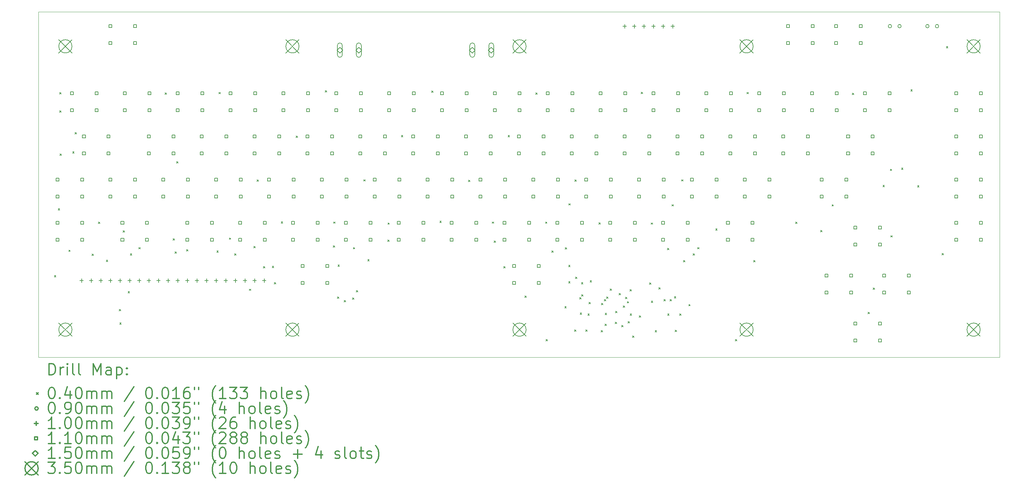
<source format=gbr>
%FSLAX45Y45*%
G04 Gerber Fmt 4.5, Leading zero omitted, Abs format (unit mm)*
G04 Created by KiCad (PCBNEW (5.1.9)-1) date 2021-06-15 15:46:40*
%MOMM*%
%LPD*%
G01*
G04 APERTURE LIST*
%TA.AperFunction,Profile*%
%ADD10C,0.050000*%
%TD*%
%ADD11C,0.200000*%
%ADD12C,0.300000*%
G04 APERTURE END LIST*
D10*
X27559000Y-5334000D02*
X27559000Y-14478000D01*
X2159000Y-14478000D02*
X2159000Y-5334000D01*
X27559000Y-14478000D02*
X2159000Y-14478000D01*
X2159000Y-5334000D02*
X27559000Y-5334000D01*
D11*
X2583500Y-12311700D02*
X2623500Y-12351700D01*
X2623500Y-12311700D02*
X2583500Y-12351700D01*
X2685100Y-10546400D02*
X2725100Y-10586400D01*
X2725100Y-10546400D02*
X2685100Y-10586400D01*
X2723200Y-7473000D02*
X2763200Y-7513000D01*
X2763200Y-7473000D02*
X2723200Y-7513000D01*
X2723200Y-7955600D02*
X2763200Y-7995600D01*
X2763200Y-7955600D02*
X2723200Y-7995600D01*
X2729550Y-9098600D02*
X2769550Y-9138600D01*
X2769550Y-9098600D02*
X2729550Y-9138600D01*
X2964500Y-11640500D02*
X3004500Y-11680500D01*
X3004500Y-11640500D02*
X2964500Y-11680500D01*
X3066100Y-9035100D02*
X3106100Y-9075100D01*
X3106100Y-9035100D02*
X3066100Y-9075100D01*
X3129600Y-8527100D02*
X3169600Y-8567100D01*
X3169600Y-8527100D02*
X3129600Y-8567100D01*
X3577275Y-11749725D02*
X3617275Y-11789725D01*
X3617275Y-11749725D02*
X3577275Y-11789725D01*
X3750000Y-10897550D02*
X3790000Y-10937550D01*
X3790000Y-10897550D02*
X3750000Y-10937550D01*
X3955100Y-11905300D02*
X3995100Y-11945300D01*
X3995100Y-11905300D02*
X3955100Y-11945300D01*
X4298000Y-13213400D02*
X4338000Y-13253400D01*
X4338000Y-13213400D02*
X4298000Y-13253400D01*
X4310700Y-13569000D02*
X4350700Y-13609000D01*
X4350700Y-13569000D02*
X4310700Y-13609000D01*
X4399600Y-11130600D02*
X4439600Y-11170600D01*
X4439600Y-11130600D02*
X4399600Y-11170600D01*
X4530000Y-12740000D02*
X4570000Y-12780000D01*
X4570000Y-12740000D02*
X4530000Y-12780000D01*
X4590100Y-11740200D02*
X4630100Y-11780200D01*
X4630100Y-11740200D02*
X4590100Y-11780200D01*
X4817100Y-11573500D02*
X4857100Y-11613500D01*
X4857100Y-11573500D02*
X4817100Y-11613500D01*
X5510850Y-7479350D02*
X5550850Y-7519350D01*
X5550850Y-7479350D02*
X5510850Y-7519350D01*
X5717500Y-11340000D02*
X5757500Y-11380000D01*
X5757500Y-11340000D02*
X5717500Y-11380000D01*
X5771200Y-11689400D02*
X5811200Y-11729400D01*
X5811200Y-11689400D02*
X5771200Y-11729400D01*
X5811100Y-9300000D02*
X5851100Y-9340000D01*
X5851100Y-9300000D02*
X5811100Y-9340000D01*
X6076000Y-11625900D02*
X6116000Y-11665900D01*
X6116000Y-11625900D02*
X6076000Y-11665900D01*
X6876100Y-11664000D02*
X6916100Y-11704000D01*
X6916100Y-11664000D02*
X6876100Y-11704000D01*
X6933250Y-7466650D02*
X6973250Y-7506650D01*
X6973250Y-7466650D02*
X6933250Y-7506650D01*
X7206300Y-11318700D02*
X7246300Y-11358700D01*
X7246300Y-11318700D02*
X7206300Y-11358700D01*
X7345000Y-11740197D02*
X7385000Y-11780197D01*
X7385000Y-11740197D02*
X7345000Y-11780197D01*
X7733350Y-12673650D02*
X7773350Y-12713650D01*
X7773350Y-12673650D02*
X7733350Y-12713650D01*
X7853600Y-11546400D02*
X7893600Y-11586400D01*
X7893600Y-11546400D02*
X7853600Y-11586400D01*
X7936550Y-9784400D02*
X7976550Y-9824400D01*
X7976550Y-9784400D02*
X7936550Y-9824400D01*
X8107500Y-12077799D02*
X8147500Y-12117799D01*
X8147500Y-12077799D02*
X8107500Y-12117799D01*
X8340000Y-12071578D02*
X8380000Y-12111578D01*
X8380000Y-12071578D02*
X8340000Y-12111578D01*
X8393750Y-12502200D02*
X8433750Y-12542200D01*
X8433750Y-12502200D02*
X8393750Y-12542200D01*
X8577900Y-10889300D02*
X8617900Y-10929300D01*
X8617900Y-10889300D02*
X8577900Y-10929300D01*
X8971600Y-8622350D02*
X9011600Y-8662350D01*
X9011600Y-8622350D02*
X8971600Y-8662350D01*
X9739950Y-7422200D02*
X9779950Y-7462200D01*
X9779950Y-7422200D02*
X9739950Y-7462200D01*
X9955850Y-11524300D02*
X9995850Y-11564300D01*
X9995850Y-11524300D02*
X9955850Y-11564300D01*
X9962200Y-10895650D02*
X10002200Y-10935650D01*
X10002200Y-10895650D02*
X9962200Y-10935650D01*
X10063800Y-12883200D02*
X10103800Y-12923200D01*
X10103800Y-12883200D02*
X10063800Y-12923200D01*
X10076500Y-12032300D02*
X10116500Y-12072300D01*
X10116500Y-12032300D02*
X10076500Y-12072300D01*
X10241600Y-12972100D02*
X10281600Y-13012100D01*
X10281600Y-12972100D02*
X10241600Y-13012100D01*
X10463850Y-12908600D02*
X10503850Y-12948600D01*
X10503850Y-12908600D02*
X10463850Y-12948600D01*
X10482500Y-11572500D02*
X10522500Y-11612500D01*
X10522500Y-11572500D02*
X10482500Y-11612500D01*
X10562801Y-12714399D02*
X10602801Y-12754399D01*
X10602801Y-12714399D02*
X10562801Y-12754399D01*
X10755950Y-9778050D02*
X10795950Y-9818050D01*
X10795950Y-9778050D02*
X10755950Y-9818050D01*
X10863900Y-11892600D02*
X10903900Y-11932600D01*
X10903900Y-11892600D02*
X10863900Y-11932600D01*
X11390950Y-11371900D02*
X11430950Y-11411900D01*
X11430950Y-11371900D02*
X11390950Y-11411900D01*
X11397300Y-10921050D02*
X11437300Y-10961050D01*
X11437300Y-10921050D02*
X11397300Y-10961050D01*
X11752900Y-8603300D02*
X11792900Y-8643300D01*
X11792900Y-8603300D02*
X11752900Y-8643300D01*
X12553000Y-7428550D02*
X12593000Y-7468550D01*
X12593000Y-7428550D02*
X12553000Y-7468550D01*
X12768900Y-10876600D02*
X12808900Y-10916600D01*
X12808900Y-10876600D02*
X12768900Y-10916600D01*
X13524550Y-9790750D02*
X13564550Y-9830750D01*
X13564550Y-9790750D02*
X13524550Y-9830750D01*
X14153200Y-10895650D02*
X14193200Y-10935650D01*
X14193200Y-10895650D02*
X14153200Y-10935650D01*
X14204000Y-11397300D02*
X14244000Y-11437300D01*
X14244000Y-11397300D02*
X14204000Y-11437300D01*
X14458000Y-12077799D02*
X14498000Y-12117799D01*
X14498000Y-12077799D02*
X14458000Y-12117799D01*
X14572300Y-8603300D02*
X14612300Y-8643300D01*
X14612300Y-8603300D02*
X14572300Y-8643300D01*
X15016399Y-12858201D02*
X15056399Y-12898201D01*
X15056399Y-12858201D02*
X15016399Y-12898201D01*
X15302550Y-7479350D02*
X15342550Y-7519350D01*
X15342550Y-7479350D02*
X15302550Y-7519350D01*
X15562900Y-10895650D02*
X15602900Y-10935650D01*
X15602900Y-10895650D02*
X15562900Y-10935650D01*
X15575600Y-14007150D02*
X15615600Y-14047150D01*
X15615600Y-14007150D02*
X15575600Y-14047150D01*
X15728000Y-11664000D02*
X15768000Y-11704000D01*
X15768000Y-11664000D02*
X15728000Y-11704000D01*
X16070900Y-13137200D02*
X16110900Y-13177200D01*
X16110900Y-13137200D02*
X16070900Y-13177200D01*
X16083600Y-11575100D02*
X16123600Y-11615100D01*
X16123600Y-11575100D02*
X16083600Y-11615100D01*
X16172500Y-12045000D02*
X16212500Y-12085000D01*
X16212500Y-12045000D02*
X16172500Y-12085000D01*
X16172500Y-12476800D02*
X16212500Y-12516800D01*
X16212500Y-12476800D02*
X16172500Y-12516800D01*
X16178850Y-10413050D02*
X16218850Y-10453050D01*
X16218850Y-10413050D02*
X16178850Y-10453050D01*
X16331250Y-13753150D02*
X16371250Y-13793150D01*
X16371250Y-13753150D02*
X16331250Y-13793150D01*
X16337600Y-9784400D02*
X16377600Y-9824400D01*
X16377600Y-9784400D02*
X16337600Y-9824400D01*
X16355360Y-12354860D02*
X16395360Y-12394860D01*
X16395360Y-12354860D02*
X16355360Y-12394860D01*
X16464600Y-12895900D02*
X16504600Y-12935900D01*
X16504600Y-12895900D02*
X16464600Y-12935900D01*
X16476400Y-13303200D02*
X16516400Y-13343200D01*
X16516400Y-13303200D02*
X16476400Y-13343200D01*
X16510102Y-12502200D02*
X16550102Y-12542200D01*
X16550102Y-12502200D02*
X16510102Y-12542200D01*
X16515400Y-12819700D02*
X16555400Y-12859700D01*
X16555400Y-12819700D02*
X16515400Y-12859700D01*
X16623350Y-13753150D02*
X16663350Y-13793150D01*
X16663350Y-13753150D02*
X16623350Y-13793150D01*
X16681400Y-13327700D02*
X16721400Y-13367700D01*
X16721400Y-13327700D02*
X16681400Y-13367700D01*
X16712250Y-13022900D02*
X16752250Y-13062900D01*
X16752250Y-13022900D02*
X16712250Y-13062900D01*
X16740131Y-12447531D02*
X16780131Y-12487531D01*
X16780131Y-12447531D02*
X16740131Y-12487531D01*
X16972600Y-10914700D02*
X17012600Y-10954700D01*
X17012600Y-10914700D02*
X16972600Y-10954700D01*
X17028850Y-13773100D02*
X17068850Y-13813100D01*
X17068850Y-13773100D02*
X17028850Y-13813100D01*
X17039450Y-13051300D02*
X17079450Y-13091300D01*
X17079450Y-13051300D02*
X17039450Y-13091300D01*
X17118650Y-12946700D02*
X17158650Y-12986700D01*
X17158650Y-12946700D02*
X17118650Y-12986700D01*
X17134151Y-13604299D02*
X17174151Y-13644299D01*
X17174151Y-13604299D02*
X17134151Y-13644299D01*
X17137700Y-13315000D02*
X17177700Y-13355000D01*
X17177700Y-13315000D02*
X17137700Y-13355000D01*
X17175800Y-12883200D02*
X17215800Y-12923200D01*
X17215800Y-12883200D02*
X17175800Y-12923200D01*
X17271050Y-12667300D02*
X17311050Y-12707300D01*
X17311050Y-12667300D02*
X17271050Y-12707300D01*
X17404400Y-13549950D02*
X17444400Y-13589950D01*
X17444400Y-13549950D02*
X17404400Y-13589950D01*
X17410750Y-13264200D02*
X17450750Y-13304200D01*
X17450750Y-13264200D02*
X17410750Y-13304200D01*
X17503000Y-12791300D02*
X17543000Y-12831300D01*
X17543000Y-12791300D02*
X17503000Y-12831300D01*
X17575850Y-13632500D02*
X17615850Y-13672500D01*
X17615850Y-13632500D02*
X17575850Y-13672500D01*
X17613950Y-13118150D02*
X17653950Y-13158150D01*
X17653950Y-13118150D02*
X17613950Y-13158150D01*
X17677450Y-12889550D02*
X17717450Y-12929550D01*
X17717450Y-12889550D02*
X17677450Y-12929550D01*
X17721900Y-13003850D02*
X17761900Y-13043850D01*
X17761900Y-13003850D02*
X17721900Y-13043850D01*
X17740950Y-13530900D02*
X17780950Y-13570900D01*
X17780950Y-13530900D02*
X17740950Y-13570900D01*
X17791750Y-12686350D02*
X17831750Y-12726350D01*
X17831750Y-12686350D02*
X17791750Y-12726350D01*
X17798100Y-13327700D02*
X17838100Y-13367700D01*
X17838100Y-13327700D02*
X17798100Y-13367700D01*
X17861600Y-13911900D02*
X17901600Y-13951900D01*
X17901600Y-13911900D02*
X17861600Y-13951900D01*
X18039400Y-13378500D02*
X18079400Y-13418500D01*
X18079400Y-13378500D02*
X18039400Y-13418500D01*
X18090200Y-7460300D02*
X18130200Y-7500300D01*
X18130200Y-7460300D02*
X18090200Y-7500300D01*
X18312450Y-12508550D02*
X18352450Y-12548550D01*
X18352450Y-12508550D02*
X18312450Y-12548550D01*
X18350550Y-10921050D02*
X18390550Y-10961050D01*
X18390550Y-10921050D02*
X18350550Y-10961050D01*
X18356900Y-12991150D02*
X18396900Y-13031150D01*
X18396900Y-12991150D02*
X18356900Y-13031150D01*
X18457600Y-13773100D02*
X18497600Y-13813100D01*
X18497600Y-13773100D02*
X18457600Y-13813100D01*
X18553750Y-12635550D02*
X18593750Y-12675550D01*
X18593750Y-12635550D02*
X18553750Y-12675550D01*
X18693450Y-12946700D02*
X18733450Y-12986700D01*
X18733450Y-12946700D02*
X18693450Y-12986700D01*
X18782350Y-11594150D02*
X18822350Y-11634150D01*
X18822350Y-11594150D02*
X18782350Y-11634150D01*
X18788700Y-13327700D02*
X18828700Y-13367700D01*
X18828700Y-13327700D02*
X18788700Y-13367700D01*
X18852200Y-12946700D02*
X18892200Y-12986700D01*
X18892200Y-12946700D02*
X18852200Y-12986700D01*
X18903000Y-10438450D02*
X18943000Y-10478450D01*
X18943000Y-10438450D02*
X18903000Y-10478450D01*
X18966500Y-12870500D02*
X19006500Y-12910500D01*
X19006500Y-12870500D02*
X18966500Y-12910500D01*
X18985550Y-13759500D02*
X19025550Y-13799500D01*
X19025550Y-13759500D02*
X18985550Y-13799500D01*
X19106200Y-13327700D02*
X19146200Y-13367700D01*
X19146200Y-13327700D02*
X19106200Y-13367700D01*
X19157000Y-9778050D02*
X19197000Y-9818050D01*
X19197000Y-9778050D02*
X19157000Y-9818050D01*
X19207800Y-11918000D02*
X19247800Y-11958000D01*
X19247800Y-11918000D02*
X19207800Y-11958000D01*
X19347500Y-13080050D02*
X19387500Y-13120050D01*
X19387500Y-13080050D02*
X19347500Y-13120050D01*
X19460699Y-11741301D02*
X19500699Y-11781301D01*
X19500699Y-11741301D02*
X19460699Y-11781301D01*
X19578700Y-11572500D02*
X19618700Y-11612500D01*
X19618700Y-11572500D02*
X19578700Y-11612500D01*
X20058700Y-11079800D02*
X20098700Y-11119800D01*
X20098700Y-11079800D02*
X20058700Y-11119800D01*
X20578625Y-14006375D02*
X20618625Y-14046375D01*
X20618625Y-14006375D02*
X20578625Y-14046375D01*
X20884200Y-7466650D02*
X20924200Y-7506650D01*
X20924200Y-7466650D02*
X20884200Y-7506650D01*
X21062000Y-11918000D02*
X21102000Y-11958000D01*
X21102000Y-11918000D02*
X21062000Y-11958000D01*
X22170000Y-10900000D02*
X22210000Y-10940000D01*
X22210000Y-10900000D02*
X22170000Y-10940000D01*
X22833650Y-11117900D02*
X22873650Y-11157900D01*
X22873650Y-11117900D02*
X22833650Y-11157900D01*
X23132100Y-10438450D02*
X23172100Y-10478450D01*
X23172100Y-10438450D02*
X23132100Y-10478450D01*
X23671850Y-7485700D02*
X23711850Y-7525700D01*
X23711850Y-7485700D02*
X23671850Y-7525700D01*
X24084600Y-13289600D02*
X24124600Y-13329600D01*
X24124600Y-13289600D02*
X24084600Y-13329600D01*
X24220601Y-12645599D02*
X24260601Y-12685599D01*
X24260601Y-12645599D02*
X24220601Y-12685599D01*
X24478300Y-9924100D02*
X24518300Y-9964100D01*
X24518300Y-9924100D02*
X24478300Y-9964100D01*
X24672500Y-9500000D02*
X24712500Y-9540000D01*
X24712500Y-9500000D02*
X24672500Y-9540000D01*
X24685400Y-11261500D02*
X24725400Y-11301500D01*
X24725400Y-11261500D02*
X24685400Y-11301500D01*
X24970000Y-9470000D02*
X25010000Y-9510000D01*
X25010000Y-9470000D02*
X24970000Y-9510000D01*
X25214900Y-7396800D02*
X25254900Y-7436800D01*
X25254900Y-7396800D02*
X25214900Y-7436800D01*
X25392700Y-9936800D02*
X25432700Y-9976800D01*
X25432700Y-9936800D02*
X25392700Y-9976800D01*
X26040400Y-11727500D02*
X26080400Y-11767500D01*
X26080400Y-11727500D02*
X26040400Y-11767500D01*
X26154700Y-6253800D02*
X26194700Y-6293800D01*
X26194700Y-6253800D02*
X26154700Y-6293800D01*
X24708400Y-5715000D02*
G75*
G03*
X24708400Y-5715000I-45000J0D01*
G01*
X24962400Y-5715000D02*
G75*
G03*
X24962400Y-5715000I-45000J0D01*
G01*
X25699000Y-5715000D02*
G75*
G03*
X25699000Y-5715000I-45000J0D01*
G01*
X25953000Y-5715000D02*
G75*
G03*
X25953000Y-5715000I-45000J0D01*
G01*
X3302000Y-12396000D02*
X3302000Y-12496000D01*
X3252000Y-12446000D02*
X3352000Y-12446000D01*
X3556000Y-12396000D02*
X3556000Y-12496000D01*
X3506000Y-12446000D02*
X3606000Y-12446000D01*
X3810000Y-12396000D02*
X3810000Y-12496000D01*
X3760000Y-12446000D02*
X3860000Y-12446000D01*
X4064000Y-12396000D02*
X4064000Y-12496000D01*
X4014000Y-12446000D02*
X4114000Y-12446000D01*
X4318000Y-12396000D02*
X4318000Y-12496000D01*
X4268000Y-12446000D02*
X4368000Y-12446000D01*
X4572000Y-12396000D02*
X4572000Y-12496000D01*
X4522000Y-12446000D02*
X4622000Y-12446000D01*
X4826000Y-12396000D02*
X4826000Y-12496000D01*
X4776000Y-12446000D02*
X4876000Y-12446000D01*
X5080000Y-12396000D02*
X5080000Y-12496000D01*
X5030000Y-12446000D02*
X5130000Y-12446000D01*
X5334000Y-12396000D02*
X5334000Y-12496000D01*
X5284000Y-12446000D02*
X5384000Y-12446000D01*
X5588000Y-12396000D02*
X5588000Y-12496000D01*
X5538000Y-12446000D02*
X5638000Y-12446000D01*
X5842000Y-12396000D02*
X5842000Y-12496000D01*
X5792000Y-12446000D02*
X5892000Y-12446000D01*
X6096000Y-12396000D02*
X6096000Y-12496000D01*
X6046000Y-12446000D02*
X6146000Y-12446000D01*
X6350000Y-12396000D02*
X6350000Y-12496000D01*
X6300000Y-12446000D02*
X6400000Y-12446000D01*
X6604000Y-12396000D02*
X6604000Y-12496000D01*
X6554000Y-12446000D02*
X6654000Y-12446000D01*
X6858000Y-12396000D02*
X6858000Y-12496000D01*
X6808000Y-12446000D02*
X6908000Y-12446000D01*
X7112000Y-12396000D02*
X7112000Y-12496000D01*
X7062000Y-12446000D02*
X7162000Y-12446000D01*
X7366000Y-12396000D02*
X7366000Y-12496000D01*
X7316000Y-12446000D02*
X7416000Y-12446000D01*
X7620000Y-12396000D02*
X7620000Y-12496000D01*
X7570000Y-12446000D02*
X7670000Y-12446000D01*
X7874000Y-12396000D02*
X7874000Y-12496000D01*
X7824000Y-12446000D02*
X7924000Y-12446000D01*
X8128000Y-12396000D02*
X8128000Y-12496000D01*
X8078000Y-12446000D02*
X8178000Y-12446000D01*
X17653000Y-5665000D02*
X17653000Y-5765000D01*
X17603000Y-5715000D02*
X17703000Y-5715000D01*
X17907000Y-5665000D02*
X17907000Y-5765000D01*
X17857000Y-5715000D02*
X17957000Y-5715000D01*
X18161000Y-5665000D02*
X18161000Y-5765000D01*
X18111000Y-5715000D02*
X18211000Y-5715000D01*
X18415000Y-5665000D02*
X18415000Y-5765000D01*
X18365000Y-5715000D02*
X18465000Y-5715000D01*
X18669000Y-5665000D02*
X18669000Y-5765000D01*
X18619000Y-5715000D02*
X18719000Y-5715000D01*
X18923000Y-5665000D02*
X18923000Y-5765000D01*
X18873000Y-5715000D02*
X18973000Y-5715000D01*
X2705891Y-9817891D02*
X2705891Y-9740109D01*
X2628109Y-9740109D01*
X2628109Y-9817891D01*
X2705891Y-9817891D01*
X2705891Y-10267891D02*
X2705891Y-10190109D01*
X2628109Y-10190109D01*
X2628109Y-10267891D01*
X2705891Y-10267891D01*
X2705891Y-10960891D02*
X2705891Y-10883109D01*
X2628109Y-10883109D01*
X2628109Y-10960891D01*
X2705891Y-10960891D01*
X2705891Y-11410891D02*
X2705891Y-11333109D01*
X2628109Y-11333109D01*
X2628109Y-11410891D01*
X2705891Y-11410891D01*
X3086891Y-7531891D02*
X3086891Y-7454109D01*
X3009109Y-7454109D01*
X3009109Y-7531891D01*
X3086891Y-7531891D01*
X3086891Y-7981891D02*
X3086891Y-7904109D01*
X3009109Y-7904109D01*
X3009109Y-7981891D01*
X3086891Y-7981891D01*
X3355891Y-9817891D02*
X3355891Y-9740109D01*
X3278109Y-9740109D01*
X3278109Y-9817891D01*
X3355891Y-9817891D01*
X3355891Y-10267891D02*
X3355891Y-10190109D01*
X3278109Y-10190109D01*
X3278109Y-10267891D01*
X3355891Y-10267891D01*
X3355891Y-10960891D02*
X3355891Y-10883109D01*
X3278109Y-10883109D01*
X3278109Y-10960891D01*
X3355891Y-10960891D01*
X3355891Y-11410891D02*
X3355891Y-11333109D01*
X3278109Y-11333109D01*
X3278109Y-11410891D01*
X3355891Y-11410891D01*
X3404391Y-8674891D02*
X3404391Y-8597109D01*
X3326609Y-8597109D01*
X3326609Y-8674891D01*
X3404391Y-8674891D01*
X3404391Y-9124891D02*
X3404391Y-9047109D01*
X3326609Y-9047109D01*
X3326609Y-9124891D01*
X3404391Y-9124891D01*
X3736891Y-7531891D02*
X3736891Y-7454109D01*
X3659109Y-7454109D01*
X3659109Y-7531891D01*
X3736891Y-7531891D01*
X3736891Y-7981891D02*
X3736891Y-7904109D01*
X3659109Y-7904109D01*
X3659109Y-7981891D01*
X3736891Y-7981891D01*
X4054391Y-8674891D02*
X4054391Y-8597109D01*
X3976609Y-8597109D01*
X3976609Y-8674891D01*
X4054391Y-8674891D01*
X4054391Y-9124891D02*
X4054391Y-9047109D01*
X3976609Y-9047109D01*
X3976609Y-9124891D01*
X4054391Y-9124891D01*
X4102891Y-5753891D02*
X4102891Y-5676109D01*
X4025109Y-5676109D01*
X4025109Y-5753891D01*
X4102891Y-5753891D01*
X4102891Y-6203891D02*
X4102891Y-6126109D01*
X4025109Y-6126109D01*
X4025109Y-6203891D01*
X4102891Y-6203891D01*
X4102891Y-9817891D02*
X4102891Y-9740109D01*
X4025109Y-9740109D01*
X4025109Y-9817891D01*
X4102891Y-9817891D01*
X4102891Y-10267891D02*
X4102891Y-10190109D01*
X4025109Y-10190109D01*
X4025109Y-10267891D01*
X4102891Y-10267891D01*
X4420391Y-10960891D02*
X4420391Y-10883109D01*
X4342609Y-10883109D01*
X4342609Y-10960891D01*
X4420391Y-10960891D01*
X4420391Y-11410891D02*
X4420391Y-11333109D01*
X4342609Y-11333109D01*
X4342609Y-11410891D01*
X4420391Y-11410891D01*
X4483891Y-7531891D02*
X4483891Y-7454109D01*
X4406109Y-7454109D01*
X4406109Y-7531891D01*
X4483891Y-7531891D01*
X4483891Y-7981891D02*
X4483891Y-7904109D01*
X4406109Y-7904109D01*
X4406109Y-7981891D01*
X4483891Y-7981891D01*
X4752891Y-5753891D02*
X4752891Y-5676109D01*
X4675109Y-5676109D01*
X4675109Y-5753891D01*
X4752891Y-5753891D01*
X4752891Y-6203891D02*
X4752891Y-6126109D01*
X4675109Y-6126109D01*
X4675109Y-6203891D01*
X4752891Y-6203891D01*
X4752891Y-9817891D02*
X4752891Y-9740109D01*
X4675109Y-9740109D01*
X4675109Y-9817891D01*
X4752891Y-9817891D01*
X4752891Y-10267891D02*
X4752891Y-10190109D01*
X4675109Y-10190109D01*
X4675109Y-10267891D01*
X4752891Y-10267891D01*
X5070391Y-10960891D02*
X5070391Y-10883109D01*
X4992609Y-10883109D01*
X4992609Y-10960891D01*
X5070391Y-10960891D01*
X5070391Y-11410891D02*
X5070391Y-11333109D01*
X4992609Y-11333109D01*
X4992609Y-11410891D01*
X5070391Y-11410891D01*
X5118891Y-8674891D02*
X5118891Y-8597109D01*
X5041109Y-8597109D01*
X5041109Y-8674891D01*
X5118891Y-8674891D01*
X5118891Y-9124891D02*
X5118891Y-9047109D01*
X5041109Y-9047109D01*
X5041109Y-9124891D01*
X5118891Y-9124891D01*
X5133891Y-7531891D02*
X5133891Y-7454109D01*
X5056109Y-7454109D01*
X5056109Y-7531891D01*
X5133891Y-7531891D01*
X5133891Y-7981891D02*
X5133891Y-7904109D01*
X5056109Y-7904109D01*
X5056109Y-7981891D01*
X5133891Y-7981891D01*
X5499891Y-9817891D02*
X5499891Y-9740109D01*
X5422109Y-9740109D01*
X5422109Y-9817891D01*
X5499891Y-9817891D01*
X5499891Y-10267891D02*
X5499891Y-10190109D01*
X5422109Y-10190109D01*
X5422109Y-10267891D01*
X5499891Y-10267891D01*
X5768891Y-8674891D02*
X5768891Y-8597109D01*
X5691109Y-8597109D01*
X5691109Y-8674891D01*
X5768891Y-8674891D01*
X5768891Y-9124891D02*
X5768891Y-9047109D01*
X5691109Y-9047109D01*
X5691109Y-9124891D01*
X5768891Y-9124891D01*
X5880891Y-7531891D02*
X5880891Y-7454109D01*
X5803109Y-7454109D01*
X5803109Y-7531891D01*
X5880891Y-7531891D01*
X5880891Y-7981891D02*
X5880891Y-7904109D01*
X5803109Y-7904109D01*
X5803109Y-7981891D01*
X5880891Y-7981891D01*
X6134891Y-10960891D02*
X6134891Y-10883109D01*
X6057109Y-10883109D01*
X6057109Y-10960891D01*
X6134891Y-10960891D01*
X6134891Y-11410891D02*
X6134891Y-11333109D01*
X6057109Y-11333109D01*
X6057109Y-11410891D01*
X6134891Y-11410891D01*
X6149891Y-9817891D02*
X6149891Y-9740109D01*
X6072109Y-9740109D01*
X6072109Y-9817891D01*
X6149891Y-9817891D01*
X6149891Y-10267891D02*
X6149891Y-10190109D01*
X6072109Y-10190109D01*
X6072109Y-10267891D01*
X6149891Y-10267891D01*
X6515891Y-8674891D02*
X6515891Y-8597109D01*
X6438109Y-8597109D01*
X6438109Y-8674891D01*
X6515891Y-8674891D01*
X6515891Y-9124891D02*
X6515891Y-9047109D01*
X6438109Y-9047109D01*
X6438109Y-9124891D01*
X6515891Y-9124891D01*
X6530891Y-7531891D02*
X6530891Y-7454109D01*
X6453109Y-7454109D01*
X6453109Y-7531891D01*
X6530891Y-7531891D01*
X6530891Y-7981891D02*
X6530891Y-7904109D01*
X6453109Y-7904109D01*
X6453109Y-7981891D01*
X6530891Y-7981891D01*
X6784891Y-10960891D02*
X6784891Y-10883109D01*
X6707109Y-10883109D01*
X6707109Y-10960891D01*
X6784891Y-10960891D01*
X6784891Y-11410891D02*
X6784891Y-11333109D01*
X6707109Y-11333109D01*
X6707109Y-11410891D01*
X6784891Y-11410891D01*
X6896891Y-9817891D02*
X6896891Y-9740109D01*
X6819109Y-9740109D01*
X6819109Y-9817891D01*
X6896891Y-9817891D01*
X6896891Y-10267891D02*
X6896891Y-10190109D01*
X6819109Y-10190109D01*
X6819109Y-10267891D01*
X6896891Y-10267891D01*
X7165891Y-8674891D02*
X7165891Y-8597109D01*
X7088109Y-8597109D01*
X7088109Y-8674891D01*
X7165891Y-8674891D01*
X7165891Y-9124891D02*
X7165891Y-9047109D01*
X7088109Y-9047109D01*
X7088109Y-9124891D01*
X7165891Y-9124891D01*
X7277891Y-7531891D02*
X7277891Y-7454109D01*
X7200109Y-7454109D01*
X7200109Y-7531891D01*
X7277891Y-7531891D01*
X7277891Y-7981891D02*
X7277891Y-7904109D01*
X7200109Y-7904109D01*
X7200109Y-7981891D01*
X7277891Y-7981891D01*
X7531891Y-10960891D02*
X7531891Y-10883109D01*
X7454109Y-10883109D01*
X7454109Y-10960891D01*
X7531891Y-10960891D01*
X7531891Y-11410891D02*
X7531891Y-11333109D01*
X7454109Y-11333109D01*
X7454109Y-11410891D01*
X7531891Y-11410891D01*
X7546891Y-9817891D02*
X7546891Y-9740109D01*
X7469109Y-9740109D01*
X7469109Y-9817891D01*
X7546891Y-9817891D01*
X7546891Y-10267891D02*
X7546891Y-10190109D01*
X7469109Y-10190109D01*
X7469109Y-10267891D01*
X7546891Y-10267891D01*
X7912891Y-8674891D02*
X7912891Y-8597109D01*
X7835109Y-8597109D01*
X7835109Y-8674891D01*
X7912891Y-8674891D01*
X7912891Y-9124891D02*
X7912891Y-9047109D01*
X7835109Y-9047109D01*
X7835109Y-9124891D01*
X7912891Y-9124891D01*
X7927891Y-7531891D02*
X7927891Y-7454109D01*
X7850109Y-7454109D01*
X7850109Y-7531891D01*
X7927891Y-7531891D01*
X7927891Y-7981891D02*
X7927891Y-7904109D01*
X7850109Y-7904109D01*
X7850109Y-7981891D01*
X7927891Y-7981891D01*
X8181891Y-10960891D02*
X8181891Y-10883109D01*
X8104109Y-10883109D01*
X8104109Y-10960891D01*
X8181891Y-10960891D01*
X8181891Y-11410891D02*
X8181891Y-11333109D01*
X8104109Y-11333109D01*
X8104109Y-11410891D01*
X8181891Y-11410891D01*
X8293891Y-9817891D02*
X8293891Y-9740109D01*
X8216109Y-9740109D01*
X8216109Y-9817891D01*
X8293891Y-9817891D01*
X8293891Y-10267891D02*
X8293891Y-10190109D01*
X8216109Y-10190109D01*
X8216109Y-10267891D01*
X8293891Y-10267891D01*
X8562891Y-8674891D02*
X8562891Y-8597109D01*
X8485109Y-8597109D01*
X8485109Y-8674891D01*
X8562891Y-8674891D01*
X8562891Y-9124891D02*
X8562891Y-9047109D01*
X8485109Y-9047109D01*
X8485109Y-9124891D01*
X8562891Y-9124891D01*
X8674891Y-7531891D02*
X8674891Y-7454109D01*
X8597109Y-7454109D01*
X8597109Y-7531891D01*
X8674891Y-7531891D01*
X8674891Y-7981891D02*
X8674891Y-7904109D01*
X8597109Y-7904109D01*
X8597109Y-7981891D01*
X8674891Y-7981891D01*
X8928891Y-10960891D02*
X8928891Y-10883109D01*
X8851109Y-10883109D01*
X8851109Y-10960891D01*
X8928891Y-10960891D01*
X8928891Y-11410891D02*
X8928891Y-11333109D01*
X8851109Y-11333109D01*
X8851109Y-11410891D01*
X8928891Y-11410891D01*
X8943891Y-9817891D02*
X8943891Y-9740109D01*
X8866109Y-9740109D01*
X8866109Y-9817891D01*
X8943891Y-9817891D01*
X8943891Y-10267891D02*
X8943891Y-10190109D01*
X8866109Y-10190109D01*
X8866109Y-10267891D01*
X8943891Y-10267891D01*
X9182891Y-12103891D02*
X9182891Y-12026109D01*
X9105109Y-12026109D01*
X9105109Y-12103891D01*
X9182891Y-12103891D01*
X9182891Y-12553891D02*
X9182891Y-12476109D01*
X9105109Y-12476109D01*
X9105109Y-12553891D01*
X9182891Y-12553891D01*
X9309891Y-8674891D02*
X9309891Y-8597109D01*
X9232109Y-8597109D01*
X9232109Y-8674891D01*
X9309891Y-8674891D01*
X9309891Y-9124891D02*
X9309891Y-9047109D01*
X9232109Y-9047109D01*
X9232109Y-9124891D01*
X9309891Y-9124891D01*
X9324891Y-7531891D02*
X9324891Y-7454109D01*
X9247109Y-7454109D01*
X9247109Y-7531891D01*
X9324891Y-7531891D01*
X9324891Y-7981891D02*
X9324891Y-7904109D01*
X9247109Y-7904109D01*
X9247109Y-7981891D01*
X9324891Y-7981891D01*
X9578891Y-10960891D02*
X9578891Y-10883109D01*
X9501109Y-10883109D01*
X9501109Y-10960891D01*
X9578891Y-10960891D01*
X9578891Y-11410891D02*
X9578891Y-11333109D01*
X9501109Y-11333109D01*
X9501109Y-11410891D01*
X9578891Y-11410891D01*
X9690891Y-9817891D02*
X9690891Y-9740109D01*
X9613109Y-9740109D01*
X9613109Y-9817891D01*
X9690891Y-9817891D01*
X9690891Y-10267891D02*
X9690891Y-10190109D01*
X9613109Y-10190109D01*
X9613109Y-10267891D01*
X9690891Y-10267891D01*
X9832891Y-12103891D02*
X9832891Y-12026109D01*
X9755109Y-12026109D01*
X9755109Y-12103891D01*
X9832891Y-12103891D01*
X9832891Y-12553891D02*
X9832891Y-12476109D01*
X9755109Y-12476109D01*
X9755109Y-12553891D01*
X9832891Y-12553891D01*
X9959891Y-8674891D02*
X9959891Y-8597109D01*
X9882109Y-8597109D01*
X9882109Y-8674891D01*
X9959891Y-8674891D01*
X9959891Y-9124891D02*
X9959891Y-9047109D01*
X9882109Y-9047109D01*
X9882109Y-9124891D01*
X9959891Y-9124891D01*
X10071891Y-7531891D02*
X10071891Y-7454109D01*
X9994109Y-7454109D01*
X9994109Y-7531891D01*
X10071891Y-7531891D01*
X10071891Y-7981891D02*
X10071891Y-7904109D01*
X9994109Y-7904109D01*
X9994109Y-7981891D01*
X10071891Y-7981891D01*
X10325891Y-10960891D02*
X10325891Y-10883109D01*
X10248109Y-10883109D01*
X10248109Y-10960891D01*
X10325891Y-10960891D01*
X10325891Y-11410891D02*
X10325891Y-11333109D01*
X10248109Y-11333109D01*
X10248109Y-11410891D01*
X10325891Y-11410891D01*
X10340891Y-9817891D02*
X10340891Y-9740109D01*
X10263109Y-9740109D01*
X10263109Y-9817891D01*
X10340891Y-9817891D01*
X10340891Y-10267891D02*
X10340891Y-10190109D01*
X10263109Y-10190109D01*
X10263109Y-10267891D01*
X10340891Y-10267891D01*
X10706891Y-8674891D02*
X10706891Y-8597109D01*
X10629109Y-8597109D01*
X10629109Y-8674891D01*
X10706891Y-8674891D01*
X10706891Y-9124891D02*
X10706891Y-9047109D01*
X10629109Y-9047109D01*
X10629109Y-9124891D01*
X10706891Y-9124891D01*
X10721891Y-7531891D02*
X10721891Y-7454109D01*
X10644109Y-7454109D01*
X10644109Y-7531891D01*
X10721891Y-7531891D01*
X10721891Y-7981891D02*
X10721891Y-7904109D01*
X10644109Y-7904109D01*
X10644109Y-7981891D01*
X10721891Y-7981891D01*
X10975891Y-10960891D02*
X10975891Y-10883109D01*
X10898109Y-10883109D01*
X10898109Y-10960891D01*
X10975891Y-10960891D01*
X10975891Y-11410891D02*
X10975891Y-11333109D01*
X10898109Y-11333109D01*
X10898109Y-11410891D01*
X10975891Y-11410891D01*
X11087891Y-9817891D02*
X11087891Y-9740109D01*
X11010109Y-9740109D01*
X11010109Y-9817891D01*
X11087891Y-9817891D01*
X11087891Y-10267891D02*
X11087891Y-10190109D01*
X11010109Y-10190109D01*
X11010109Y-10267891D01*
X11087891Y-10267891D01*
X11356891Y-8674891D02*
X11356891Y-8597109D01*
X11279109Y-8597109D01*
X11279109Y-8674891D01*
X11356891Y-8674891D01*
X11356891Y-9124891D02*
X11356891Y-9047109D01*
X11279109Y-9047109D01*
X11279109Y-9124891D01*
X11356891Y-9124891D01*
X11468891Y-7531891D02*
X11468891Y-7454109D01*
X11391109Y-7454109D01*
X11391109Y-7531891D01*
X11468891Y-7531891D01*
X11468891Y-7981891D02*
X11468891Y-7904109D01*
X11391109Y-7904109D01*
X11391109Y-7981891D01*
X11468891Y-7981891D01*
X11722891Y-10960891D02*
X11722891Y-10883109D01*
X11645109Y-10883109D01*
X11645109Y-10960891D01*
X11722891Y-10960891D01*
X11722891Y-11410891D02*
X11722891Y-11333109D01*
X11645109Y-11333109D01*
X11645109Y-11410891D01*
X11722891Y-11410891D01*
X11737891Y-9817891D02*
X11737891Y-9740109D01*
X11660109Y-9740109D01*
X11660109Y-9817891D01*
X11737891Y-9817891D01*
X11737891Y-10267891D02*
X11737891Y-10190109D01*
X11660109Y-10190109D01*
X11660109Y-10267891D01*
X11737891Y-10267891D01*
X12103891Y-8674891D02*
X12103891Y-8597109D01*
X12026109Y-8597109D01*
X12026109Y-8674891D01*
X12103891Y-8674891D01*
X12103891Y-9124891D02*
X12103891Y-9047109D01*
X12026109Y-9047109D01*
X12026109Y-9124891D01*
X12103891Y-9124891D01*
X12118891Y-7531891D02*
X12118891Y-7454109D01*
X12041109Y-7454109D01*
X12041109Y-7531891D01*
X12118891Y-7531891D01*
X12118891Y-7981891D02*
X12118891Y-7904109D01*
X12041109Y-7904109D01*
X12041109Y-7981891D01*
X12118891Y-7981891D01*
X12372891Y-10960891D02*
X12372891Y-10883109D01*
X12295109Y-10883109D01*
X12295109Y-10960891D01*
X12372891Y-10960891D01*
X12372891Y-11410891D02*
X12372891Y-11333109D01*
X12295109Y-11333109D01*
X12295109Y-11410891D01*
X12372891Y-11410891D01*
X12484891Y-9817891D02*
X12484891Y-9740109D01*
X12407109Y-9740109D01*
X12407109Y-9817891D01*
X12484891Y-9817891D01*
X12484891Y-10267891D02*
X12484891Y-10190109D01*
X12407109Y-10190109D01*
X12407109Y-10267891D01*
X12484891Y-10267891D01*
X12753891Y-8674891D02*
X12753891Y-8597109D01*
X12676109Y-8597109D01*
X12676109Y-8674891D01*
X12753891Y-8674891D01*
X12753891Y-9124891D02*
X12753891Y-9047109D01*
X12676109Y-9047109D01*
X12676109Y-9124891D01*
X12753891Y-9124891D01*
X12865891Y-7531891D02*
X12865891Y-7454109D01*
X12788109Y-7454109D01*
X12788109Y-7531891D01*
X12865891Y-7531891D01*
X12865891Y-7981891D02*
X12865891Y-7904109D01*
X12788109Y-7904109D01*
X12788109Y-7981891D01*
X12865891Y-7981891D01*
X13119891Y-10960891D02*
X13119891Y-10883109D01*
X13042109Y-10883109D01*
X13042109Y-10960891D01*
X13119891Y-10960891D01*
X13119891Y-11410891D02*
X13119891Y-11333109D01*
X13042109Y-11333109D01*
X13042109Y-11410891D01*
X13119891Y-11410891D01*
X13134891Y-9817891D02*
X13134891Y-9740109D01*
X13057109Y-9740109D01*
X13057109Y-9817891D01*
X13134891Y-9817891D01*
X13134891Y-10267891D02*
X13134891Y-10190109D01*
X13057109Y-10190109D01*
X13057109Y-10267891D01*
X13134891Y-10267891D01*
X13500891Y-8674891D02*
X13500891Y-8597109D01*
X13423109Y-8597109D01*
X13423109Y-8674891D01*
X13500891Y-8674891D01*
X13500891Y-9124891D02*
X13500891Y-9047109D01*
X13423109Y-9047109D01*
X13423109Y-9124891D01*
X13500891Y-9124891D01*
X13515891Y-7531891D02*
X13515891Y-7454109D01*
X13438109Y-7454109D01*
X13438109Y-7531891D01*
X13515891Y-7531891D01*
X13515891Y-7981891D02*
X13515891Y-7904109D01*
X13438109Y-7904109D01*
X13438109Y-7981891D01*
X13515891Y-7981891D01*
X13769891Y-10960891D02*
X13769891Y-10883109D01*
X13692109Y-10883109D01*
X13692109Y-10960891D01*
X13769891Y-10960891D01*
X13769891Y-11410891D02*
X13769891Y-11333109D01*
X13692109Y-11333109D01*
X13692109Y-11410891D01*
X13769891Y-11410891D01*
X13881891Y-9817891D02*
X13881891Y-9740109D01*
X13804109Y-9740109D01*
X13804109Y-9817891D01*
X13881891Y-9817891D01*
X13881891Y-10267891D02*
X13881891Y-10190109D01*
X13804109Y-10190109D01*
X13804109Y-10267891D01*
X13881891Y-10267891D01*
X14150891Y-8674891D02*
X14150891Y-8597109D01*
X14073109Y-8597109D01*
X14073109Y-8674891D01*
X14150891Y-8674891D01*
X14150891Y-9124891D02*
X14150891Y-9047109D01*
X14073109Y-9047109D01*
X14073109Y-9124891D01*
X14150891Y-9124891D01*
X14262891Y-7531891D02*
X14262891Y-7454109D01*
X14185109Y-7454109D01*
X14185109Y-7531891D01*
X14262891Y-7531891D01*
X14262891Y-7981891D02*
X14262891Y-7904109D01*
X14185109Y-7904109D01*
X14185109Y-7981891D01*
X14262891Y-7981891D01*
X14516891Y-10960891D02*
X14516891Y-10883109D01*
X14439109Y-10883109D01*
X14439109Y-10960891D01*
X14516891Y-10960891D01*
X14516891Y-11410891D02*
X14516891Y-11333109D01*
X14439109Y-11333109D01*
X14439109Y-11410891D01*
X14516891Y-11410891D01*
X14531891Y-9817891D02*
X14531891Y-9740109D01*
X14454109Y-9740109D01*
X14454109Y-9817891D01*
X14531891Y-9817891D01*
X14531891Y-10267891D02*
X14531891Y-10190109D01*
X14454109Y-10190109D01*
X14454109Y-10267891D01*
X14531891Y-10267891D01*
X14770891Y-12103891D02*
X14770891Y-12026109D01*
X14693109Y-12026109D01*
X14693109Y-12103891D01*
X14770891Y-12103891D01*
X14770891Y-12553891D02*
X14770891Y-12476109D01*
X14693109Y-12476109D01*
X14693109Y-12553891D01*
X14770891Y-12553891D01*
X14897891Y-8674891D02*
X14897891Y-8597109D01*
X14820109Y-8597109D01*
X14820109Y-8674891D01*
X14897891Y-8674891D01*
X14897891Y-9124891D02*
X14897891Y-9047109D01*
X14820109Y-9047109D01*
X14820109Y-9124891D01*
X14897891Y-9124891D01*
X14912891Y-7531891D02*
X14912891Y-7454109D01*
X14835109Y-7454109D01*
X14835109Y-7531891D01*
X14912891Y-7531891D01*
X14912891Y-7981891D02*
X14912891Y-7904109D01*
X14835109Y-7904109D01*
X14835109Y-7981891D01*
X14912891Y-7981891D01*
X15166891Y-10960891D02*
X15166891Y-10883109D01*
X15089109Y-10883109D01*
X15089109Y-10960891D01*
X15166891Y-10960891D01*
X15166891Y-11410891D02*
X15166891Y-11333109D01*
X15089109Y-11333109D01*
X15089109Y-11410891D01*
X15166891Y-11410891D01*
X15278891Y-9817891D02*
X15278891Y-9740109D01*
X15201109Y-9740109D01*
X15201109Y-9817891D01*
X15278891Y-9817891D01*
X15278891Y-10267891D02*
X15278891Y-10190109D01*
X15201109Y-10190109D01*
X15201109Y-10267891D01*
X15278891Y-10267891D01*
X15420891Y-12103891D02*
X15420891Y-12026109D01*
X15343109Y-12026109D01*
X15343109Y-12103891D01*
X15420891Y-12103891D01*
X15420891Y-12553891D02*
X15420891Y-12476109D01*
X15343109Y-12476109D01*
X15343109Y-12553891D01*
X15420891Y-12553891D01*
X15547891Y-8674891D02*
X15547891Y-8597109D01*
X15470109Y-8597109D01*
X15470109Y-8674891D01*
X15547891Y-8674891D01*
X15547891Y-9124891D02*
X15547891Y-9047109D01*
X15470109Y-9047109D01*
X15470109Y-9124891D01*
X15547891Y-9124891D01*
X15659891Y-7531891D02*
X15659891Y-7454109D01*
X15582109Y-7454109D01*
X15582109Y-7531891D01*
X15659891Y-7531891D01*
X15659891Y-7981891D02*
X15659891Y-7904109D01*
X15582109Y-7904109D01*
X15582109Y-7981891D01*
X15659891Y-7981891D01*
X15913891Y-10960891D02*
X15913891Y-10883109D01*
X15836109Y-10883109D01*
X15836109Y-10960891D01*
X15913891Y-10960891D01*
X15913891Y-11410891D02*
X15913891Y-11333109D01*
X15836109Y-11333109D01*
X15836109Y-11410891D01*
X15913891Y-11410891D01*
X15928891Y-9817891D02*
X15928891Y-9740109D01*
X15851109Y-9740109D01*
X15851109Y-9817891D01*
X15928891Y-9817891D01*
X15928891Y-10267891D02*
X15928891Y-10190109D01*
X15851109Y-10190109D01*
X15851109Y-10267891D01*
X15928891Y-10267891D01*
X16294891Y-8674891D02*
X16294891Y-8597109D01*
X16217109Y-8597109D01*
X16217109Y-8674891D01*
X16294891Y-8674891D01*
X16294891Y-9124891D02*
X16294891Y-9047109D01*
X16217109Y-9047109D01*
X16217109Y-9124891D01*
X16294891Y-9124891D01*
X16309891Y-7531891D02*
X16309891Y-7454109D01*
X16232109Y-7454109D01*
X16232109Y-7531891D01*
X16309891Y-7531891D01*
X16309891Y-7981891D02*
X16309891Y-7904109D01*
X16232109Y-7904109D01*
X16232109Y-7981891D01*
X16309891Y-7981891D01*
X16563891Y-10960891D02*
X16563891Y-10883109D01*
X16486109Y-10883109D01*
X16486109Y-10960891D01*
X16563891Y-10960891D01*
X16563891Y-11410891D02*
X16563891Y-11333109D01*
X16486109Y-11333109D01*
X16486109Y-11410891D01*
X16563891Y-11410891D01*
X16675891Y-9817891D02*
X16675891Y-9740109D01*
X16598109Y-9740109D01*
X16598109Y-9817891D01*
X16675891Y-9817891D01*
X16675891Y-10267891D02*
X16675891Y-10190109D01*
X16598109Y-10190109D01*
X16598109Y-10267891D01*
X16675891Y-10267891D01*
X16944891Y-8674891D02*
X16944891Y-8597109D01*
X16867109Y-8597109D01*
X16867109Y-8674891D01*
X16944891Y-8674891D01*
X16944891Y-9124891D02*
X16944891Y-9047109D01*
X16867109Y-9047109D01*
X16867109Y-9124891D01*
X16944891Y-9124891D01*
X17056891Y-7531891D02*
X17056891Y-7454109D01*
X16979109Y-7454109D01*
X16979109Y-7531891D01*
X17056891Y-7531891D01*
X17056891Y-7981891D02*
X17056891Y-7904109D01*
X16979109Y-7904109D01*
X16979109Y-7981891D01*
X17056891Y-7981891D01*
X17310891Y-10960891D02*
X17310891Y-10883109D01*
X17233109Y-10883109D01*
X17233109Y-10960891D01*
X17310891Y-10960891D01*
X17310891Y-11410891D02*
X17310891Y-11333109D01*
X17233109Y-11333109D01*
X17233109Y-11410891D01*
X17310891Y-11410891D01*
X17325891Y-9817891D02*
X17325891Y-9740109D01*
X17248109Y-9740109D01*
X17248109Y-9817891D01*
X17325891Y-9817891D01*
X17325891Y-10267891D02*
X17325891Y-10190109D01*
X17248109Y-10190109D01*
X17248109Y-10267891D01*
X17325891Y-10267891D01*
X17691891Y-8674891D02*
X17691891Y-8597109D01*
X17614109Y-8597109D01*
X17614109Y-8674891D01*
X17691891Y-8674891D01*
X17691891Y-9124891D02*
X17691891Y-9047109D01*
X17614109Y-9047109D01*
X17614109Y-9124891D01*
X17691891Y-9124891D01*
X17706891Y-7531891D02*
X17706891Y-7454109D01*
X17629109Y-7454109D01*
X17629109Y-7531891D01*
X17706891Y-7531891D01*
X17706891Y-7981891D02*
X17706891Y-7904109D01*
X17629109Y-7904109D01*
X17629109Y-7981891D01*
X17706891Y-7981891D01*
X17960891Y-10960891D02*
X17960891Y-10883109D01*
X17883109Y-10883109D01*
X17883109Y-10960891D01*
X17960891Y-10960891D01*
X17960891Y-11410891D02*
X17960891Y-11333109D01*
X17883109Y-11333109D01*
X17883109Y-11410891D01*
X17960891Y-11410891D01*
X18072891Y-9817891D02*
X18072891Y-9740109D01*
X17995109Y-9740109D01*
X17995109Y-9817891D01*
X18072891Y-9817891D01*
X18072891Y-10267891D02*
X18072891Y-10190109D01*
X17995109Y-10190109D01*
X17995109Y-10267891D01*
X18072891Y-10267891D01*
X18341891Y-8674891D02*
X18341891Y-8597109D01*
X18264109Y-8597109D01*
X18264109Y-8674891D01*
X18341891Y-8674891D01*
X18341891Y-9124891D02*
X18341891Y-9047109D01*
X18264109Y-9047109D01*
X18264109Y-9124891D01*
X18341891Y-9124891D01*
X18453891Y-7531891D02*
X18453891Y-7454109D01*
X18376109Y-7454109D01*
X18376109Y-7531891D01*
X18453891Y-7531891D01*
X18453891Y-7981891D02*
X18453891Y-7904109D01*
X18376109Y-7904109D01*
X18376109Y-7981891D01*
X18453891Y-7981891D01*
X18707891Y-10960891D02*
X18707891Y-10883109D01*
X18630109Y-10883109D01*
X18630109Y-10960891D01*
X18707891Y-10960891D01*
X18707891Y-11410891D02*
X18707891Y-11333109D01*
X18630109Y-11333109D01*
X18630109Y-11410891D01*
X18707891Y-11410891D01*
X18722891Y-9817891D02*
X18722891Y-9740109D01*
X18645109Y-9740109D01*
X18645109Y-9817891D01*
X18722891Y-9817891D01*
X18722891Y-10267891D02*
X18722891Y-10190109D01*
X18645109Y-10190109D01*
X18645109Y-10267891D01*
X18722891Y-10267891D01*
X19088891Y-8674891D02*
X19088891Y-8597109D01*
X19011109Y-8597109D01*
X19011109Y-8674891D01*
X19088891Y-8674891D01*
X19088891Y-9124891D02*
X19088891Y-9047109D01*
X19011109Y-9047109D01*
X19011109Y-9124891D01*
X19088891Y-9124891D01*
X19103891Y-7531891D02*
X19103891Y-7454109D01*
X19026109Y-7454109D01*
X19026109Y-7531891D01*
X19103891Y-7531891D01*
X19103891Y-7981891D02*
X19103891Y-7904109D01*
X19026109Y-7904109D01*
X19026109Y-7981891D01*
X19103891Y-7981891D01*
X19357891Y-10960891D02*
X19357891Y-10883109D01*
X19280109Y-10883109D01*
X19280109Y-10960891D01*
X19357891Y-10960891D01*
X19357891Y-11410891D02*
X19357891Y-11333109D01*
X19280109Y-11333109D01*
X19280109Y-11410891D01*
X19357891Y-11410891D01*
X19469891Y-9817891D02*
X19469891Y-9740109D01*
X19392109Y-9740109D01*
X19392109Y-9817891D01*
X19469891Y-9817891D01*
X19469891Y-10267891D02*
X19469891Y-10190109D01*
X19392109Y-10190109D01*
X19392109Y-10267891D01*
X19469891Y-10267891D01*
X19738891Y-8674891D02*
X19738891Y-8597109D01*
X19661109Y-8597109D01*
X19661109Y-8674891D01*
X19738891Y-8674891D01*
X19738891Y-9124891D02*
X19738891Y-9047109D01*
X19661109Y-9047109D01*
X19661109Y-9124891D01*
X19738891Y-9124891D01*
X19850891Y-7531891D02*
X19850891Y-7454109D01*
X19773109Y-7454109D01*
X19773109Y-7531891D01*
X19850891Y-7531891D01*
X19850891Y-7981891D02*
X19850891Y-7904109D01*
X19773109Y-7904109D01*
X19773109Y-7981891D01*
X19850891Y-7981891D01*
X20119891Y-9817891D02*
X20119891Y-9740109D01*
X20042109Y-9740109D01*
X20042109Y-9817891D01*
X20119891Y-9817891D01*
X20119891Y-10267891D02*
X20119891Y-10190109D01*
X20042109Y-10190109D01*
X20042109Y-10267891D01*
X20119891Y-10267891D01*
X20422391Y-10960891D02*
X20422391Y-10883109D01*
X20344609Y-10883109D01*
X20344609Y-10960891D01*
X20422391Y-10960891D01*
X20422391Y-11410891D02*
X20422391Y-11333109D01*
X20344609Y-11333109D01*
X20344609Y-11410891D01*
X20422391Y-11410891D01*
X20485891Y-8674891D02*
X20485891Y-8597109D01*
X20408109Y-8597109D01*
X20408109Y-8674891D01*
X20485891Y-8674891D01*
X20485891Y-9124891D02*
X20485891Y-9047109D01*
X20408109Y-9047109D01*
X20408109Y-9124891D01*
X20485891Y-9124891D01*
X20500891Y-7531891D02*
X20500891Y-7454109D01*
X20423109Y-7454109D01*
X20423109Y-7531891D01*
X20500891Y-7531891D01*
X20500891Y-7981891D02*
X20500891Y-7904109D01*
X20423109Y-7904109D01*
X20423109Y-7981891D01*
X20500891Y-7981891D01*
X20866891Y-9817891D02*
X20866891Y-9740109D01*
X20789109Y-9740109D01*
X20789109Y-9817891D01*
X20866891Y-9817891D01*
X20866891Y-10267891D02*
X20866891Y-10190109D01*
X20789109Y-10190109D01*
X20789109Y-10267891D01*
X20866891Y-10267891D01*
X21072391Y-10960891D02*
X21072391Y-10883109D01*
X20994609Y-10883109D01*
X20994609Y-10960891D01*
X21072391Y-10960891D01*
X21072391Y-11410891D02*
X21072391Y-11333109D01*
X20994609Y-11333109D01*
X20994609Y-11410891D01*
X21072391Y-11410891D01*
X21135891Y-8674891D02*
X21135891Y-8597109D01*
X21058109Y-8597109D01*
X21058109Y-8674891D01*
X21135891Y-8674891D01*
X21135891Y-9124891D02*
X21135891Y-9047109D01*
X21058109Y-9047109D01*
X21058109Y-9124891D01*
X21135891Y-9124891D01*
X21247891Y-7531891D02*
X21247891Y-7454109D01*
X21170109Y-7454109D01*
X21170109Y-7531891D01*
X21247891Y-7531891D01*
X21247891Y-7981891D02*
X21247891Y-7904109D01*
X21170109Y-7904109D01*
X21170109Y-7981891D01*
X21247891Y-7981891D01*
X21516891Y-9817891D02*
X21516891Y-9740109D01*
X21439109Y-9740109D01*
X21439109Y-9817891D01*
X21516891Y-9817891D01*
X21516891Y-10267891D02*
X21516891Y-10190109D01*
X21439109Y-10190109D01*
X21439109Y-10267891D01*
X21516891Y-10267891D01*
X21882891Y-8674891D02*
X21882891Y-8597109D01*
X21805109Y-8597109D01*
X21805109Y-8674891D01*
X21882891Y-8674891D01*
X21882891Y-9124891D02*
X21882891Y-9047109D01*
X21805109Y-9047109D01*
X21805109Y-9124891D01*
X21882891Y-9124891D01*
X21897891Y-7531891D02*
X21897891Y-7454109D01*
X21820109Y-7454109D01*
X21820109Y-7531891D01*
X21897891Y-7531891D01*
X21897891Y-7981891D02*
X21897891Y-7904109D01*
X21820109Y-7904109D01*
X21820109Y-7981891D01*
X21897891Y-7981891D01*
X22009891Y-5753891D02*
X22009891Y-5676109D01*
X21932109Y-5676109D01*
X21932109Y-5753891D01*
X22009891Y-5753891D01*
X22009891Y-6203891D02*
X22009891Y-6126109D01*
X21932109Y-6126109D01*
X21932109Y-6203891D01*
X22009891Y-6203891D01*
X22532891Y-8674891D02*
X22532891Y-8597109D01*
X22455109Y-8597109D01*
X22455109Y-8674891D01*
X22532891Y-8674891D01*
X22532891Y-9124891D02*
X22532891Y-9047109D01*
X22455109Y-9047109D01*
X22455109Y-9124891D01*
X22532891Y-9124891D01*
X22644891Y-7531891D02*
X22644891Y-7454109D01*
X22567109Y-7454109D01*
X22567109Y-7531891D01*
X22644891Y-7531891D01*
X22644891Y-7981891D02*
X22644891Y-7904109D01*
X22567109Y-7904109D01*
X22567109Y-7981891D01*
X22644891Y-7981891D01*
X22659891Y-5753891D02*
X22659891Y-5676109D01*
X22582109Y-5676109D01*
X22582109Y-5753891D01*
X22659891Y-5753891D01*
X22659891Y-6203891D02*
X22659891Y-6126109D01*
X22582109Y-6126109D01*
X22582109Y-6203891D01*
X22659891Y-6203891D01*
X22898891Y-9817891D02*
X22898891Y-9740109D01*
X22821109Y-9740109D01*
X22821109Y-9817891D01*
X22898891Y-9817891D01*
X22898891Y-10267891D02*
X22898891Y-10190109D01*
X22821109Y-10190109D01*
X22821109Y-10267891D01*
X22898891Y-10267891D01*
X23025891Y-12357891D02*
X23025891Y-12280109D01*
X22948109Y-12280109D01*
X22948109Y-12357891D01*
X23025891Y-12357891D01*
X23025891Y-12807891D02*
X23025891Y-12730109D01*
X22948109Y-12730109D01*
X22948109Y-12807891D01*
X23025891Y-12807891D01*
X23279891Y-5753891D02*
X23279891Y-5676109D01*
X23202109Y-5676109D01*
X23202109Y-5753891D01*
X23279891Y-5753891D01*
X23279891Y-6203891D02*
X23279891Y-6126109D01*
X23202109Y-6126109D01*
X23202109Y-6203891D01*
X23279891Y-6203891D01*
X23294891Y-7531891D02*
X23294891Y-7454109D01*
X23217109Y-7454109D01*
X23217109Y-7531891D01*
X23294891Y-7531891D01*
X23294891Y-7981891D02*
X23294891Y-7904109D01*
X23217109Y-7904109D01*
X23217109Y-7981891D01*
X23294891Y-7981891D01*
X23548891Y-9817891D02*
X23548891Y-9740109D01*
X23471109Y-9740109D01*
X23471109Y-9817891D01*
X23548891Y-9817891D01*
X23548891Y-10267891D02*
X23548891Y-10190109D01*
X23471109Y-10190109D01*
X23471109Y-10267891D01*
X23548891Y-10267891D01*
X23597391Y-8674891D02*
X23597391Y-8597109D01*
X23519609Y-8597109D01*
X23519609Y-8674891D01*
X23597391Y-8674891D01*
X23597391Y-9124891D02*
X23597391Y-9047109D01*
X23519609Y-9047109D01*
X23519609Y-9124891D01*
X23597391Y-9124891D01*
X23675891Y-12357891D02*
X23675891Y-12280109D01*
X23598109Y-12280109D01*
X23598109Y-12357891D01*
X23675891Y-12357891D01*
X23675891Y-12807891D02*
X23675891Y-12730109D01*
X23598109Y-12730109D01*
X23598109Y-12807891D01*
X23675891Y-12807891D01*
X23787891Y-11087891D02*
X23787891Y-11010109D01*
X23710109Y-11010109D01*
X23710109Y-11087891D01*
X23787891Y-11087891D01*
X23787891Y-11537891D02*
X23787891Y-11460109D01*
X23710109Y-11460109D01*
X23710109Y-11537891D01*
X23787891Y-11537891D01*
X23787891Y-13627891D02*
X23787891Y-13550109D01*
X23710109Y-13550109D01*
X23710109Y-13627891D01*
X23787891Y-13627891D01*
X23787891Y-14077891D02*
X23787891Y-14000109D01*
X23710109Y-14000109D01*
X23710109Y-14077891D01*
X23787891Y-14077891D01*
X23929891Y-5753891D02*
X23929891Y-5676109D01*
X23852109Y-5676109D01*
X23852109Y-5753891D01*
X23929891Y-5753891D01*
X23929891Y-6203891D02*
X23929891Y-6126109D01*
X23852109Y-6126109D01*
X23852109Y-6203891D01*
X23929891Y-6203891D01*
X24041891Y-7531891D02*
X24041891Y-7454109D01*
X23964109Y-7454109D01*
X23964109Y-7531891D01*
X24041891Y-7531891D01*
X24041891Y-7981891D02*
X24041891Y-7904109D01*
X23964109Y-7904109D01*
X23964109Y-7981891D01*
X24041891Y-7981891D01*
X24247391Y-8674891D02*
X24247391Y-8597109D01*
X24169609Y-8597109D01*
X24169609Y-8674891D01*
X24247391Y-8674891D01*
X24247391Y-9124891D02*
X24247391Y-9047109D01*
X24169609Y-9047109D01*
X24169609Y-9124891D01*
X24247391Y-9124891D01*
X24437891Y-11087891D02*
X24437891Y-11010109D01*
X24360109Y-11010109D01*
X24360109Y-11087891D01*
X24437891Y-11087891D01*
X24437891Y-11537891D02*
X24437891Y-11460109D01*
X24360109Y-11460109D01*
X24360109Y-11537891D01*
X24437891Y-11537891D01*
X24437891Y-13627891D02*
X24437891Y-13550109D01*
X24360109Y-13550109D01*
X24360109Y-13627891D01*
X24437891Y-13627891D01*
X24437891Y-14077891D02*
X24437891Y-14000109D01*
X24360109Y-14000109D01*
X24360109Y-14077891D01*
X24437891Y-14077891D01*
X24549891Y-12357891D02*
X24549891Y-12280109D01*
X24472109Y-12280109D01*
X24472109Y-12357891D01*
X24549891Y-12357891D01*
X24549891Y-12807891D02*
X24549891Y-12730109D01*
X24472109Y-12730109D01*
X24472109Y-12807891D01*
X24549891Y-12807891D01*
X24691891Y-7531891D02*
X24691891Y-7454109D01*
X24614109Y-7454109D01*
X24614109Y-7531891D01*
X24691891Y-7531891D01*
X24691891Y-7981891D02*
X24691891Y-7904109D01*
X24614109Y-7904109D01*
X24614109Y-7981891D01*
X24691891Y-7981891D01*
X25199891Y-12357891D02*
X25199891Y-12280109D01*
X25122109Y-12280109D01*
X25122109Y-12357891D01*
X25199891Y-12357891D01*
X25199891Y-12807891D02*
X25199891Y-12730109D01*
X25122109Y-12730109D01*
X25122109Y-12807891D01*
X25199891Y-12807891D01*
X26454891Y-7531891D02*
X26454891Y-7454109D01*
X26377109Y-7454109D01*
X26377109Y-7531891D01*
X26454891Y-7531891D01*
X26454891Y-7981891D02*
X26454891Y-7904109D01*
X26377109Y-7904109D01*
X26377109Y-7981891D01*
X26454891Y-7981891D01*
X26454891Y-8674891D02*
X26454891Y-8597109D01*
X26377109Y-8597109D01*
X26377109Y-8674891D01*
X26454891Y-8674891D01*
X26454891Y-9124891D02*
X26454891Y-9047109D01*
X26377109Y-9047109D01*
X26377109Y-9124891D01*
X26454891Y-9124891D01*
X26454891Y-9817891D02*
X26454891Y-9740109D01*
X26377109Y-9740109D01*
X26377109Y-9817891D01*
X26454891Y-9817891D01*
X26454891Y-10267891D02*
X26454891Y-10190109D01*
X26377109Y-10190109D01*
X26377109Y-10267891D01*
X26454891Y-10267891D01*
X26454891Y-10960891D02*
X26454891Y-10883109D01*
X26377109Y-10883109D01*
X26377109Y-10960891D01*
X26454891Y-10960891D01*
X26454891Y-11410891D02*
X26454891Y-11333109D01*
X26377109Y-11333109D01*
X26377109Y-11410891D01*
X26454891Y-11410891D01*
X27104891Y-7531891D02*
X27104891Y-7454109D01*
X27027109Y-7454109D01*
X27027109Y-7531891D01*
X27104891Y-7531891D01*
X27104891Y-7981891D02*
X27104891Y-7904109D01*
X27027109Y-7904109D01*
X27027109Y-7981891D01*
X27104891Y-7981891D01*
X27104891Y-8674891D02*
X27104891Y-8597109D01*
X27027109Y-8597109D01*
X27027109Y-8674891D01*
X27104891Y-8674891D01*
X27104891Y-9124891D02*
X27104891Y-9047109D01*
X27027109Y-9047109D01*
X27027109Y-9124891D01*
X27104891Y-9124891D01*
X27104891Y-9817891D02*
X27104891Y-9740109D01*
X27027109Y-9740109D01*
X27027109Y-9817891D01*
X27104891Y-9817891D01*
X27104891Y-10267891D02*
X27104891Y-10190109D01*
X27027109Y-10190109D01*
X27027109Y-10267891D01*
X27104891Y-10267891D01*
X27104891Y-10960891D02*
X27104891Y-10883109D01*
X27027109Y-10883109D01*
X27027109Y-10960891D01*
X27104891Y-10960891D01*
X27104891Y-11410891D02*
X27104891Y-11333109D01*
X27027109Y-11333109D01*
X27027109Y-11410891D01*
X27104891Y-11410891D01*
X10128500Y-6425000D02*
X10203500Y-6350000D01*
X10128500Y-6275000D01*
X10053500Y-6350000D01*
X10128500Y-6425000D01*
X10063500Y-6225000D02*
X10063500Y-6475000D01*
X10193500Y-6225000D02*
X10193500Y-6475000D01*
X10063500Y-6475000D02*
G75*
G03*
X10193500Y-6475000I65000J0D01*
G01*
X10193500Y-6225000D02*
G75*
G03*
X10063500Y-6225000I-65000J0D01*
G01*
X10628500Y-6425000D02*
X10703500Y-6350000D01*
X10628500Y-6275000D01*
X10553500Y-6350000D01*
X10628500Y-6425000D01*
X10563500Y-6225000D02*
X10563500Y-6475000D01*
X10693500Y-6225000D02*
X10693500Y-6475000D01*
X10563500Y-6475000D02*
G75*
G03*
X10693500Y-6475000I65000J0D01*
G01*
X10693500Y-6225000D02*
G75*
G03*
X10563500Y-6225000I-65000J0D01*
G01*
X13628500Y-6425000D02*
X13703500Y-6350000D01*
X13628500Y-6275000D01*
X13553500Y-6350000D01*
X13628500Y-6425000D01*
X13563500Y-6225000D02*
X13563500Y-6475000D01*
X13693500Y-6225000D02*
X13693500Y-6475000D01*
X13563500Y-6475000D02*
G75*
G03*
X13693500Y-6475000I65000J0D01*
G01*
X13693500Y-6225000D02*
G75*
G03*
X13563500Y-6225000I-65000J0D01*
G01*
X14128500Y-6425000D02*
X14203500Y-6350000D01*
X14128500Y-6275000D01*
X14053500Y-6350000D01*
X14128500Y-6425000D01*
X14063500Y-6225000D02*
X14063500Y-6475000D01*
X14193500Y-6225000D02*
X14193500Y-6475000D01*
X14063500Y-6475000D02*
G75*
G03*
X14193500Y-6475000I65000J0D01*
G01*
X14193500Y-6225000D02*
G75*
G03*
X14063500Y-6225000I-65000J0D01*
G01*
X2700000Y-6075000D02*
X3050000Y-6425000D01*
X3050000Y-6075000D02*
X2700000Y-6425000D01*
X3050000Y-6250000D02*
G75*
G03*
X3050000Y-6250000I-175000J0D01*
G01*
X2700000Y-13575000D02*
X3050000Y-13925000D01*
X3050000Y-13575000D02*
X2700000Y-13925000D01*
X3050000Y-13750000D02*
G75*
G03*
X3050000Y-13750000I-175000J0D01*
G01*
X8700000Y-6075000D02*
X9050000Y-6425000D01*
X9050000Y-6075000D02*
X8700000Y-6425000D01*
X9050000Y-6250000D02*
G75*
G03*
X9050000Y-6250000I-175000J0D01*
G01*
X8700000Y-13575000D02*
X9050000Y-13925000D01*
X9050000Y-13575000D02*
X8700000Y-13925000D01*
X9050000Y-13750000D02*
G75*
G03*
X9050000Y-13750000I-175000J0D01*
G01*
X14700000Y-6075000D02*
X15050000Y-6425000D01*
X15050000Y-6075000D02*
X14700000Y-6425000D01*
X15050000Y-6250000D02*
G75*
G03*
X15050000Y-6250000I-175000J0D01*
G01*
X14700000Y-13575000D02*
X15050000Y-13925000D01*
X15050000Y-13575000D02*
X14700000Y-13925000D01*
X15050000Y-13750000D02*
G75*
G03*
X15050000Y-13750000I-175000J0D01*
G01*
X20700000Y-6075000D02*
X21050000Y-6425000D01*
X21050000Y-6075000D02*
X20700000Y-6425000D01*
X21050000Y-6250000D02*
G75*
G03*
X21050000Y-6250000I-175000J0D01*
G01*
X20700000Y-13575000D02*
X21050000Y-13925000D01*
X21050000Y-13575000D02*
X20700000Y-13925000D01*
X21050000Y-13750000D02*
G75*
G03*
X21050000Y-13750000I-175000J0D01*
G01*
X26700000Y-6075000D02*
X27050000Y-6425000D01*
X27050000Y-6075000D02*
X26700000Y-6425000D01*
X27050000Y-6250000D02*
G75*
G03*
X27050000Y-6250000I-175000J0D01*
G01*
X26700000Y-13575000D02*
X27050000Y-13925000D01*
X27050000Y-13575000D02*
X26700000Y-13925000D01*
X27050000Y-13750000D02*
G75*
G03*
X27050000Y-13750000I-175000J0D01*
G01*
D12*
X2442928Y-14946214D02*
X2442928Y-14646214D01*
X2514357Y-14646214D01*
X2557214Y-14660500D01*
X2585786Y-14689071D01*
X2600071Y-14717643D01*
X2614357Y-14774786D01*
X2614357Y-14817643D01*
X2600071Y-14874786D01*
X2585786Y-14903357D01*
X2557214Y-14931929D01*
X2514357Y-14946214D01*
X2442928Y-14946214D01*
X2742928Y-14946214D02*
X2742928Y-14746214D01*
X2742928Y-14803357D02*
X2757214Y-14774786D01*
X2771500Y-14760500D01*
X2800071Y-14746214D01*
X2828643Y-14746214D01*
X2928643Y-14946214D02*
X2928643Y-14746214D01*
X2928643Y-14646214D02*
X2914357Y-14660500D01*
X2928643Y-14674786D01*
X2942928Y-14660500D01*
X2928643Y-14646214D01*
X2928643Y-14674786D01*
X3114357Y-14946214D02*
X3085786Y-14931929D01*
X3071500Y-14903357D01*
X3071500Y-14646214D01*
X3271500Y-14946214D02*
X3242928Y-14931929D01*
X3228643Y-14903357D01*
X3228643Y-14646214D01*
X3614357Y-14946214D02*
X3614357Y-14646214D01*
X3714357Y-14860500D01*
X3814357Y-14646214D01*
X3814357Y-14946214D01*
X4085786Y-14946214D02*
X4085786Y-14789071D01*
X4071500Y-14760500D01*
X4042928Y-14746214D01*
X3985786Y-14746214D01*
X3957214Y-14760500D01*
X4085786Y-14931929D02*
X4057214Y-14946214D01*
X3985786Y-14946214D01*
X3957214Y-14931929D01*
X3942928Y-14903357D01*
X3942928Y-14874786D01*
X3957214Y-14846214D01*
X3985786Y-14831929D01*
X4057214Y-14831929D01*
X4085786Y-14817643D01*
X4228643Y-14746214D02*
X4228643Y-15046214D01*
X4228643Y-14760500D02*
X4257214Y-14746214D01*
X4314357Y-14746214D01*
X4342928Y-14760500D01*
X4357214Y-14774786D01*
X4371500Y-14803357D01*
X4371500Y-14889071D01*
X4357214Y-14917643D01*
X4342928Y-14931929D01*
X4314357Y-14946214D01*
X4257214Y-14946214D01*
X4228643Y-14931929D01*
X4500071Y-14917643D02*
X4514357Y-14931929D01*
X4500071Y-14946214D01*
X4485786Y-14931929D01*
X4500071Y-14917643D01*
X4500071Y-14946214D01*
X4500071Y-14760500D02*
X4514357Y-14774786D01*
X4500071Y-14789071D01*
X4485786Y-14774786D01*
X4500071Y-14760500D01*
X4500071Y-14789071D01*
X2116500Y-15420500D02*
X2156500Y-15460500D01*
X2156500Y-15420500D02*
X2116500Y-15460500D01*
X2500071Y-15276214D02*
X2528643Y-15276214D01*
X2557214Y-15290500D01*
X2571500Y-15304786D01*
X2585786Y-15333357D01*
X2600071Y-15390500D01*
X2600071Y-15461929D01*
X2585786Y-15519071D01*
X2571500Y-15547643D01*
X2557214Y-15561929D01*
X2528643Y-15576214D01*
X2500071Y-15576214D01*
X2471500Y-15561929D01*
X2457214Y-15547643D01*
X2442928Y-15519071D01*
X2428643Y-15461929D01*
X2428643Y-15390500D01*
X2442928Y-15333357D01*
X2457214Y-15304786D01*
X2471500Y-15290500D01*
X2500071Y-15276214D01*
X2728643Y-15547643D02*
X2742928Y-15561929D01*
X2728643Y-15576214D01*
X2714357Y-15561929D01*
X2728643Y-15547643D01*
X2728643Y-15576214D01*
X3000071Y-15376214D02*
X3000071Y-15576214D01*
X2928643Y-15261929D02*
X2857214Y-15476214D01*
X3042928Y-15476214D01*
X3214357Y-15276214D02*
X3242928Y-15276214D01*
X3271500Y-15290500D01*
X3285786Y-15304786D01*
X3300071Y-15333357D01*
X3314357Y-15390500D01*
X3314357Y-15461929D01*
X3300071Y-15519071D01*
X3285786Y-15547643D01*
X3271500Y-15561929D01*
X3242928Y-15576214D01*
X3214357Y-15576214D01*
X3185786Y-15561929D01*
X3171500Y-15547643D01*
X3157214Y-15519071D01*
X3142928Y-15461929D01*
X3142928Y-15390500D01*
X3157214Y-15333357D01*
X3171500Y-15304786D01*
X3185786Y-15290500D01*
X3214357Y-15276214D01*
X3442928Y-15576214D02*
X3442928Y-15376214D01*
X3442928Y-15404786D02*
X3457214Y-15390500D01*
X3485786Y-15376214D01*
X3528643Y-15376214D01*
X3557214Y-15390500D01*
X3571500Y-15419071D01*
X3571500Y-15576214D01*
X3571500Y-15419071D02*
X3585786Y-15390500D01*
X3614357Y-15376214D01*
X3657214Y-15376214D01*
X3685786Y-15390500D01*
X3700071Y-15419071D01*
X3700071Y-15576214D01*
X3842928Y-15576214D02*
X3842928Y-15376214D01*
X3842928Y-15404786D02*
X3857214Y-15390500D01*
X3885786Y-15376214D01*
X3928643Y-15376214D01*
X3957214Y-15390500D01*
X3971500Y-15419071D01*
X3971500Y-15576214D01*
X3971500Y-15419071D02*
X3985786Y-15390500D01*
X4014357Y-15376214D01*
X4057214Y-15376214D01*
X4085786Y-15390500D01*
X4100071Y-15419071D01*
X4100071Y-15576214D01*
X4685786Y-15261929D02*
X4428643Y-15647643D01*
X5071500Y-15276214D02*
X5100071Y-15276214D01*
X5128643Y-15290500D01*
X5142928Y-15304786D01*
X5157214Y-15333357D01*
X5171500Y-15390500D01*
X5171500Y-15461929D01*
X5157214Y-15519071D01*
X5142928Y-15547643D01*
X5128643Y-15561929D01*
X5100071Y-15576214D01*
X5071500Y-15576214D01*
X5042928Y-15561929D01*
X5028643Y-15547643D01*
X5014357Y-15519071D01*
X5000071Y-15461929D01*
X5000071Y-15390500D01*
X5014357Y-15333357D01*
X5028643Y-15304786D01*
X5042928Y-15290500D01*
X5071500Y-15276214D01*
X5300071Y-15547643D02*
X5314357Y-15561929D01*
X5300071Y-15576214D01*
X5285786Y-15561929D01*
X5300071Y-15547643D01*
X5300071Y-15576214D01*
X5500071Y-15276214D02*
X5528643Y-15276214D01*
X5557214Y-15290500D01*
X5571500Y-15304786D01*
X5585786Y-15333357D01*
X5600071Y-15390500D01*
X5600071Y-15461929D01*
X5585786Y-15519071D01*
X5571500Y-15547643D01*
X5557214Y-15561929D01*
X5528643Y-15576214D01*
X5500071Y-15576214D01*
X5471500Y-15561929D01*
X5457214Y-15547643D01*
X5442928Y-15519071D01*
X5428643Y-15461929D01*
X5428643Y-15390500D01*
X5442928Y-15333357D01*
X5457214Y-15304786D01*
X5471500Y-15290500D01*
X5500071Y-15276214D01*
X5885786Y-15576214D02*
X5714357Y-15576214D01*
X5800071Y-15576214D02*
X5800071Y-15276214D01*
X5771500Y-15319071D01*
X5742928Y-15347643D01*
X5714357Y-15361929D01*
X6142928Y-15276214D02*
X6085786Y-15276214D01*
X6057214Y-15290500D01*
X6042928Y-15304786D01*
X6014357Y-15347643D01*
X6000071Y-15404786D01*
X6000071Y-15519071D01*
X6014357Y-15547643D01*
X6028643Y-15561929D01*
X6057214Y-15576214D01*
X6114357Y-15576214D01*
X6142928Y-15561929D01*
X6157214Y-15547643D01*
X6171500Y-15519071D01*
X6171500Y-15447643D01*
X6157214Y-15419071D01*
X6142928Y-15404786D01*
X6114357Y-15390500D01*
X6057214Y-15390500D01*
X6028643Y-15404786D01*
X6014357Y-15419071D01*
X6000071Y-15447643D01*
X6285786Y-15276214D02*
X6285786Y-15333357D01*
X6400071Y-15276214D02*
X6400071Y-15333357D01*
X6842928Y-15690500D02*
X6828643Y-15676214D01*
X6800071Y-15633357D01*
X6785786Y-15604786D01*
X6771500Y-15561929D01*
X6757214Y-15490500D01*
X6757214Y-15433357D01*
X6771500Y-15361929D01*
X6785786Y-15319071D01*
X6800071Y-15290500D01*
X6828643Y-15247643D01*
X6842928Y-15233357D01*
X7114357Y-15576214D02*
X6942928Y-15576214D01*
X7028643Y-15576214D02*
X7028643Y-15276214D01*
X7000071Y-15319071D01*
X6971500Y-15347643D01*
X6942928Y-15361929D01*
X7214357Y-15276214D02*
X7400071Y-15276214D01*
X7300071Y-15390500D01*
X7342928Y-15390500D01*
X7371500Y-15404786D01*
X7385786Y-15419071D01*
X7400071Y-15447643D01*
X7400071Y-15519071D01*
X7385786Y-15547643D01*
X7371500Y-15561929D01*
X7342928Y-15576214D01*
X7257214Y-15576214D01*
X7228643Y-15561929D01*
X7214357Y-15547643D01*
X7500071Y-15276214D02*
X7685786Y-15276214D01*
X7585786Y-15390500D01*
X7628643Y-15390500D01*
X7657214Y-15404786D01*
X7671500Y-15419071D01*
X7685786Y-15447643D01*
X7685786Y-15519071D01*
X7671500Y-15547643D01*
X7657214Y-15561929D01*
X7628643Y-15576214D01*
X7542928Y-15576214D01*
X7514357Y-15561929D01*
X7500071Y-15547643D01*
X8042928Y-15576214D02*
X8042928Y-15276214D01*
X8171500Y-15576214D02*
X8171500Y-15419071D01*
X8157214Y-15390500D01*
X8128643Y-15376214D01*
X8085786Y-15376214D01*
X8057214Y-15390500D01*
X8042928Y-15404786D01*
X8357214Y-15576214D02*
X8328643Y-15561929D01*
X8314357Y-15547643D01*
X8300071Y-15519071D01*
X8300071Y-15433357D01*
X8314357Y-15404786D01*
X8328643Y-15390500D01*
X8357214Y-15376214D01*
X8400071Y-15376214D01*
X8428643Y-15390500D01*
X8442928Y-15404786D01*
X8457214Y-15433357D01*
X8457214Y-15519071D01*
X8442928Y-15547643D01*
X8428643Y-15561929D01*
X8400071Y-15576214D01*
X8357214Y-15576214D01*
X8628643Y-15576214D02*
X8600071Y-15561929D01*
X8585786Y-15533357D01*
X8585786Y-15276214D01*
X8857214Y-15561929D02*
X8828643Y-15576214D01*
X8771500Y-15576214D01*
X8742928Y-15561929D01*
X8728643Y-15533357D01*
X8728643Y-15419071D01*
X8742928Y-15390500D01*
X8771500Y-15376214D01*
X8828643Y-15376214D01*
X8857214Y-15390500D01*
X8871500Y-15419071D01*
X8871500Y-15447643D01*
X8728643Y-15476214D01*
X8985786Y-15561929D02*
X9014357Y-15576214D01*
X9071500Y-15576214D01*
X9100071Y-15561929D01*
X9114357Y-15533357D01*
X9114357Y-15519071D01*
X9100071Y-15490500D01*
X9071500Y-15476214D01*
X9028643Y-15476214D01*
X9000071Y-15461929D01*
X8985786Y-15433357D01*
X8985786Y-15419071D01*
X9000071Y-15390500D01*
X9028643Y-15376214D01*
X9071500Y-15376214D01*
X9100071Y-15390500D01*
X9214357Y-15690500D02*
X9228643Y-15676214D01*
X9257214Y-15633357D01*
X9271500Y-15604786D01*
X9285786Y-15561929D01*
X9300071Y-15490500D01*
X9300071Y-15433357D01*
X9285786Y-15361929D01*
X9271500Y-15319071D01*
X9257214Y-15290500D01*
X9228643Y-15247643D01*
X9214357Y-15233357D01*
X2156500Y-15836500D02*
G75*
G03*
X2156500Y-15836500I-45000J0D01*
G01*
X2500071Y-15672214D02*
X2528643Y-15672214D01*
X2557214Y-15686500D01*
X2571500Y-15700786D01*
X2585786Y-15729357D01*
X2600071Y-15786500D01*
X2600071Y-15857929D01*
X2585786Y-15915071D01*
X2571500Y-15943643D01*
X2557214Y-15957929D01*
X2528643Y-15972214D01*
X2500071Y-15972214D01*
X2471500Y-15957929D01*
X2457214Y-15943643D01*
X2442928Y-15915071D01*
X2428643Y-15857929D01*
X2428643Y-15786500D01*
X2442928Y-15729357D01*
X2457214Y-15700786D01*
X2471500Y-15686500D01*
X2500071Y-15672214D01*
X2728643Y-15943643D02*
X2742928Y-15957929D01*
X2728643Y-15972214D01*
X2714357Y-15957929D01*
X2728643Y-15943643D01*
X2728643Y-15972214D01*
X2885786Y-15972214D02*
X2942928Y-15972214D01*
X2971500Y-15957929D01*
X2985786Y-15943643D01*
X3014357Y-15900786D01*
X3028643Y-15843643D01*
X3028643Y-15729357D01*
X3014357Y-15700786D01*
X3000071Y-15686500D01*
X2971500Y-15672214D01*
X2914357Y-15672214D01*
X2885786Y-15686500D01*
X2871500Y-15700786D01*
X2857214Y-15729357D01*
X2857214Y-15800786D01*
X2871500Y-15829357D01*
X2885786Y-15843643D01*
X2914357Y-15857929D01*
X2971500Y-15857929D01*
X3000071Y-15843643D01*
X3014357Y-15829357D01*
X3028643Y-15800786D01*
X3214357Y-15672214D02*
X3242928Y-15672214D01*
X3271500Y-15686500D01*
X3285786Y-15700786D01*
X3300071Y-15729357D01*
X3314357Y-15786500D01*
X3314357Y-15857929D01*
X3300071Y-15915071D01*
X3285786Y-15943643D01*
X3271500Y-15957929D01*
X3242928Y-15972214D01*
X3214357Y-15972214D01*
X3185786Y-15957929D01*
X3171500Y-15943643D01*
X3157214Y-15915071D01*
X3142928Y-15857929D01*
X3142928Y-15786500D01*
X3157214Y-15729357D01*
X3171500Y-15700786D01*
X3185786Y-15686500D01*
X3214357Y-15672214D01*
X3442928Y-15972214D02*
X3442928Y-15772214D01*
X3442928Y-15800786D02*
X3457214Y-15786500D01*
X3485786Y-15772214D01*
X3528643Y-15772214D01*
X3557214Y-15786500D01*
X3571500Y-15815071D01*
X3571500Y-15972214D01*
X3571500Y-15815071D02*
X3585786Y-15786500D01*
X3614357Y-15772214D01*
X3657214Y-15772214D01*
X3685786Y-15786500D01*
X3700071Y-15815071D01*
X3700071Y-15972214D01*
X3842928Y-15972214D02*
X3842928Y-15772214D01*
X3842928Y-15800786D02*
X3857214Y-15786500D01*
X3885786Y-15772214D01*
X3928643Y-15772214D01*
X3957214Y-15786500D01*
X3971500Y-15815071D01*
X3971500Y-15972214D01*
X3971500Y-15815071D02*
X3985786Y-15786500D01*
X4014357Y-15772214D01*
X4057214Y-15772214D01*
X4085786Y-15786500D01*
X4100071Y-15815071D01*
X4100071Y-15972214D01*
X4685786Y-15657929D02*
X4428643Y-16043643D01*
X5071500Y-15672214D02*
X5100071Y-15672214D01*
X5128643Y-15686500D01*
X5142928Y-15700786D01*
X5157214Y-15729357D01*
X5171500Y-15786500D01*
X5171500Y-15857929D01*
X5157214Y-15915071D01*
X5142928Y-15943643D01*
X5128643Y-15957929D01*
X5100071Y-15972214D01*
X5071500Y-15972214D01*
X5042928Y-15957929D01*
X5028643Y-15943643D01*
X5014357Y-15915071D01*
X5000071Y-15857929D01*
X5000071Y-15786500D01*
X5014357Y-15729357D01*
X5028643Y-15700786D01*
X5042928Y-15686500D01*
X5071500Y-15672214D01*
X5300071Y-15943643D02*
X5314357Y-15957929D01*
X5300071Y-15972214D01*
X5285786Y-15957929D01*
X5300071Y-15943643D01*
X5300071Y-15972214D01*
X5500071Y-15672214D02*
X5528643Y-15672214D01*
X5557214Y-15686500D01*
X5571500Y-15700786D01*
X5585786Y-15729357D01*
X5600071Y-15786500D01*
X5600071Y-15857929D01*
X5585786Y-15915071D01*
X5571500Y-15943643D01*
X5557214Y-15957929D01*
X5528643Y-15972214D01*
X5500071Y-15972214D01*
X5471500Y-15957929D01*
X5457214Y-15943643D01*
X5442928Y-15915071D01*
X5428643Y-15857929D01*
X5428643Y-15786500D01*
X5442928Y-15729357D01*
X5457214Y-15700786D01*
X5471500Y-15686500D01*
X5500071Y-15672214D01*
X5700071Y-15672214D02*
X5885786Y-15672214D01*
X5785786Y-15786500D01*
X5828643Y-15786500D01*
X5857214Y-15800786D01*
X5871500Y-15815071D01*
X5885786Y-15843643D01*
X5885786Y-15915071D01*
X5871500Y-15943643D01*
X5857214Y-15957929D01*
X5828643Y-15972214D01*
X5742928Y-15972214D01*
X5714357Y-15957929D01*
X5700071Y-15943643D01*
X6157214Y-15672214D02*
X6014357Y-15672214D01*
X6000071Y-15815071D01*
X6014357Y-15800786D01*
X6042928Y-15786500D01*
X6114357Y-15786500D01*
X6142928Y-15800786D01*
X6157214Y-15815071D01*
X6171500Y-15843643D01*
X6171500Y-15915071D01*
X6157214Y-15943643D01*
X6142928Y-15957929D01*
X6114357Y-15972214D01*
X6042928Y-15972214D01*
X6014357Y-15957929D01*
X6000071Y-15943643D01*
X6285786Y-15672214D02*
X6285786Y-15729357D01*
X6400071Y-15672214D02*
X6400071Y-15729357D01*
X6842928Y-16086500D02*
X6828643Y-16072214D01*
X6800071Y-16029357D01*
X6785786Y-16000786D01*
X6771500Y-15957929D01*
X6757214Y-15886500D01*
X6757214Y-15829357D01*
X6771500Y-15757929D01*
X6785786Y-15715071D01*
X6800071Y-15686500D01*
X6828643Y-15643643D01*
X6842928Y-15629357D01*
X7085786Y-15772214D02*
X7085786Y-15972214D01*
X7014357Y-15657929D02*
X6942928Y-15872214D01*
X7128643Y-15872214D01*
X7471500Y-15972214D02*
X7471500Y-15672214D01*
X7600071Y-15972214D02*
X7600071Y-15815071D01*
X7585786Y-15786500D01*
X7557214Y-15772214D01*
X7514357Y-15772214D01*
X7485786Y-15786500D01*
X7471500Y-15800786D01*
X7785786Y-15972214D02*
X7757214Y-15957929D01*
X7742928Y-15943643D01*
X7728643Y-15915071D01*
X7728643Y-15829357D01*
X7742928Y-15800786D01*
X7757214Y-15786500D01*
X7785786Y-15772214D01*
X7828643Y-15772214D01*
X7857214Y-15786500D01*
X7871500Y-15800786D01*
X7885786Y-15829357D01*
X7885786Y-15915071D01*
X7871500Y-15943643D01*
X7857214Y-15957929D01*
X7828643Y-15972214D01*
X7785786Y-15972214D01*
X8057214Y-15972214D02*
X8028643Y-15957929D01*
X8014357Y-15929357D01*
X8014357Y-15672214D01*
X8285786Y-15957929D02*
X8257214Y-15972214D01*
X8200071Y-15972214D01*
X8171500Y-15957929D01*
X8157214Y-15929357D01*
X8157214Y-15815071D01*
X8171500Y-15786500D01*
X8200071Y-15772214D01*
X8257214Y-15772214D01*
X8285786Y-15786500D01*
X8300071Y-15815071D01*
X8300071Y-15843643D01*
X8157214Y-15872214D01*
X8414357Y-15957929D02*
X8442928Y-15972214D01*
X8500071Y-15972214D01*
X8528643Y-15957929D01*
X8542928Y-15929357D01*
X8542928Y-15915071D01*
X8528643Y-15886500D01*
X8500071Y-15872214D01*
X8457214Y-15872214D01*
X8428643Y-15857929D01*
X8414357Y-15829357D01*
X8414357Y-15815071D01*
X8428643Y-15786500D01*
X8457214Y-15772214D01*
X8500071Y-15772214D01*
X8528643Y-15786500D01*
X8642928Y-16086500D02*
X8657214Y-16072214D01*
X8685786Y-16029357D01*
X8700071Y-16000786D01*
X8714357Y-15957929D01*
X8728643Y-15886500D01*
X8728643Y-15829357D01*
X8714357Y-15757929D01*
X8700071Y-15715071D01*
X8685786Y-15686500D01*
X8657214Y-15643643D01*
X8642928Y-15629357D01*
X2106500Y-16182500D02*
X2106500Y-16282500D01*
X2056500Y-16232500D02*
X2156500Y-16232500D01*
X2600071Y-16368214D02*
X2428643Y-16368214D01*
X2514357Y-16368214D02*
X2514357Y-16068214D01*
X2485786Y-16111071D01*
X2457214Y-16139643D01*
X2428643Y-16153929D01*
X2728643Y-16339643D02*
X2742928Y-16353929D01*
X2728643Y-16368214D01*
X2714357Y-16353929D01*
X2728643Y-16339643D01*
X2728643Y-16368214D01*
X2928643Y-16068214D02*
X2957214Y-16068214D01*
X2985786Y-16082500D01*
X3000071Y-16096786D01*
X3014357Y-16125357D01*
X3028643Y-16182500D01*
X3028643Y-16253929D01*
X3014357Y-16311071D01*
X3000071Y-16339643D01*
X2985786Y-16353929D01*
X2957214Y-16368214D01*
X2928643Y-16368214D01*
X2900071Y-16353929D01*
X2885786Y-16339643D01*
X2871500Y-16311071D01*
X2857214Y-16253929D01*
X2857214Y-16182500D01*
X2871500Y-16125357D01*
X2885786Y-16096786D01*
X2900071Y-16082500D01*
X2928643Y-16068214D01*
X3214357Y-16068214D02*
X3242928Y-16068214D01*
X3271500Y-16082500D01*
X3285786Y-16096786D01*
X3300071Y-16125357D01*
X3314357Y-16182500D01*
X3314357Y-16253929D01*
X3300071Y-16311071D01*
X3285786Y-16339643D01*
X3271500Y-16353929D01*
X3242928Y-16368214D01*
X3214357Y-16368214D01*
X3185786Y-16353929D01*
X3171500Y-16339643D01*
X3157214Y-16311071D01*
X3142928Y-16253929D01*
X3142928Y-16182500D01*
X3157214Y-16125357D01*
X3171500Y-16096786D01*
X3185786Y-16082500D01*
X3214357Y-16068214D01*
X3442928Y-16368214D02*
X3442928Y-16168214D01*
X3442928Y-16196786D02*
X3457214Y-16182500D01*
X3485786Y-16168214D01*
X3528643Y-16168214D01*
X3557214Y-16182500D01*
X3571500Y-16211071D01*
X3571500Y-16368214D01*
X3571500Y-16211071D02*
X3585786Y-16182500D01*
X3614357Y-16168214D01*
X3657214Y-16168214D01*
X3685786Y-16182500D01*
X3700071Y-16211071D01*
X3700071Y-16368214D01*
X3842928Y-16368214D02*
X3842928Y-16168214D01*
X3842928Y-16196786D02*
X3857214Y-16182500D01*
X3885786Y-16168214D01*
X3928643Y-16168214D01*
X3957214Y-16182500D01*
X3971500Y-16211071D01*
X3971500Y-16368214D01*
X3971500Y-16211071D02*
X3985786Y-16182500D01*
X4014357Y-16168214D01*
X4057214Y-16168214D01*
X4085786Y-16182500D01*
X4100071Y-16211071D01*
X4100071Y-16368214D01*
X4685786Y-16053929D02*
X4428643Y-16439643D01*
X5071500Y-16068214D02*
X5100071Y-16068214D01*
X5128643Y-16082500D01*
X5142928Y-16096786D01*
X5157214Y-16125357D01*
X5171500Y-16182500D01*
X5171500Y-16253929D01*
X5157214Y-16311071D01*
X5142928Y-16339643D01*
X5128643Y-16353929D01*
X5100071Y-16368214D01*
X5071500Y-16368214D01*
X5042928Y-16353929D01*
X5028643Y-16339643D01*
X5014357Y-16311071D01*
X5000071Y-16253929D01*
X5000071Y-16182500D01*
X5014357Y-16125357D01*
X5028643Y-16096786D01*
X5042928Y-16082500D01*
X5071500Y-16068214D01*
X5300071Y-16339643D02*
X5314357Y-16353929D01*
X5300071Y-16368214D01*
X5285786Y-16353929D01*
X5300071Y-16339643D01*
X5300071Y-16368214D01*
X5500071Y-16068214D02*
X5528643Y-16068214D01*
X5557214Y-16082500D01*
X5571500Y-16096786D01*
X5585786Y-16125357D01*
X5600071Y-16182500D01*
X5600071Y-16253929D01*
X5585786Y-16311071D01*
X5571500Y-16339643D01*
X5557214Y-16353929D01*
X5528643Y-16368214D01*
X5500071Y-16368214D01*
X5471500Y-16353929D01*
X5457214Y-16339643D01*
X5442928Y-16311071D01*
X5428643Y-16253929D01*
X5428643Y-16182500D01*
X5442928Y-16125357D01*
X5457214Y-16096786D01*
X5471500Y-16082500D01*
X5500071Y-16068214D01*
X5700071Y-16068214D02*
X5885786Y-16068214D01*
X5785786Y-16182500D01*
X5828643Y-16182500D01*
X5857214Y-16196786D01*
X5871500Y-16211071D01*
X5885786Y-16239643D01*
X5885786Y-16311071D01*
X5871500Y-16339643D01*
X5857214Y-16353929D01*
X5828643Y-16368214D01*
X5742928Y-16368214D01*
X5714357Y-16353929D01*
X5700071Y-16339643D01*
X6028643Y-16368214D02*
X6085786Y-16368214D01*
X6114357Y-16353929D01*
X6128643Y-16339643D01*
X6157214Y-16296786D01*
X6171500Y-16239643D01*
X6171500Y-16125357D01*
X6157214Y-16096786D01*
X6142928Y-16082500D01*
X6114357Y-16068214D01*
X6057214Y-16068214D01*
X6028643Y-16082500D01*
X6014357Y-16096786D01*
X6000071Y-16125357D01*
X6000071Y-16196786D01*
X6014357Y-16225357D01*
X6028643Y-16239643D01*
X6057214Y-16253929D01*
X6114357Y-16253929D01*
X6142928Y-16239643D01*
X6157214Y-16225357D01*
X6171500Y-16196786D01*
X6285786Y-16068214D02*
X6285786Y-16125357D01*
X6400071Y-16068214D02*
X6400071Y-16125357D01*
X6842928Y-16482500D02*
X6828643Y-16468214D01*
X6800071Y-16425357D01*
X6785786Y-16396786D01*
X6771500Y-16353929D01*
X6757214Y-16282500D01*
X6757214Y-16225357D01*
X6771500Y-16153929D01*
X6785786Y-16111071D01*
X6800071Y-16082500D01*
X6828643Y-16039643D01*
X6842928Y-16025357D01*
X6942928Y-16096786D02*
X6957214Y-16082500D01*
X6985786Y-16068214D01*
X7057214Y-16068214D01*
X7085786Y-16082500D01*
X7100071Y-16096786D01*
X7114357Y-16125357D01*
X7114357Y-16153929D01*
X7100071Y-16196786D01*
X6928643Y-16368214D01*
X7114357Y-16368214D01*
X7371500Y-16068214D02*
X7314357Y-16068214D01*
X7285786Y-16082500D01*
X7271500Y-16096786D01*
X7242928Y-16139643D01*
X7228643Y-16196786D01*
X7228643Y-16311071D01*
X7242928Y-16339643D01*
X7257214Y-16353929D01*
X7285786Y-16368214D01*
X7342928Y-16368214D01*
X7371500Y-16353929D01*
X7385786Y-16339643D01*
X7400071Y-16311071D01*
X7400071Y-16239643D01*
X7385786Y-16211071D01*
X7371500Y-16196786D01*
X7342928Y-16182500D01*
X7285786Y-16182500D01*
X7257214Y-16196786D01*
X7242928Y-16211071D01*
X7228643Y-16239643D01*
X7757214Y-16368214D02*
X7757214Y-16068214D01*
X7885786Y-16368214D02*
X7885786Y-16211071D01*
X7871500Y-16182500D01*
X7842928Y-16168214D01*
X7800071Y-16168214D01*
X7771500Y-16182500D01*
X7757214Y-16196786D01*
X8071500Y-16368214D02*
X8042928Y-16353929D01*
X8028643Y-16339643D01*
X8014357Y-16311071D01*
X8014357Y-16225357D01*
X8028643Y-16196786D01*
X8042928Y-16182500D01*
X8071500Y-16168214D01*
X8114357Y-16168214D01*
X8142928Y-16182500D01*
X8157214Y-16196786D01*
X8171500Y-16225357D01*
X8171500Y-16311071D01*
X8157214Y-16339643D01*
X8142928Y-16353929D01*
X8114357Y-16368214D01*
X8071500Y-16368214D01*
X8342928Y-16368214D02*
X8314357Y-16353929D01*
X8300071Y-16325357D01*
X8300071Y-16068214D01*
X8571500Y-16353929D02*
X8542928Y-16368214D01*
X8485786Y-16368214D01*
X8457214Y-16353929D01*
X8442928Y-16325357D01*
X8442928Y-16211071D01*
X8457214Y-16182500D01*
X8485786Y-16168214D01*
X8542928Y-16168214D01*
X8571500Y-16182500D01*
X8585786Y-16211071D01*
X8585786Y-16239643D01*
X8442928Y-16268214D01*
X8700071Y-16353929D02*
X8728643Y-16368214D01*
X8785786Y-16368214D01*
X8814357Y-16353929D01*
X8828643Y-16325357D01*
X8828643Y-16311071D01*
X8814357Y-16282500D01*
X8785786Y-16268214D01*
X8742928Y-16268214D01*
X8714357Y-16253929D01*
X8700071Y-16225357D01*
X8700071Y-16211071D01*
X8714357Y-16182500D01*
X8742928Y-16168214D01*
X8785786Y-16168214D01*
X8814357Y-16182500D01*
X8928643Y-16482500D02*
X8942928Y-16468214D01*
X8971500Y-16425357D01*
X8985786Y-16396786D01*
X9000071Y-16353929D01*
X9014357Y-16282500D01*
X9014357Y-16225357D01*
X9000071Y-16153929D01*
X8985786Y-16111071D01*
X8971500Y-16082500D01*
X8942928Y-16039643D01*
X8928643Y-16025357D01*
X2140391Y-16667391D02*
X2140391Y-16589609D01*
X2062609Y-16589609D01*
X2062609Y-16667391D01*
X2140391Y-16667391D01*
X2600071Y-16764214D02*
X2428643Y-16764214D01*
X2514357Y-16764214D02*
X2514357Y-16464214D01*
X2485786Y-16507071D01*
X2457214Y-16535643D01*
X2428643Y-16549929D01*
X2728643Y-16735643D02*
X2742928Y-16749929D01*
X2728643Y-16764214D01*
X2714357Y-16749929D01*
X2728643Y-16735643D01*
X2728643Y-16764214D01*
X3028643Y-16764214D02*
X2857214Y-16764214D01*
X2942928Y-16764214D02*
X2942928Y-16464214D01*
X2914357Y-16507071D01*
X2885786Y-16535643D01*
X2857214Y-16549929D01*
X3214357Y-16464214D02*
X3242928Y-16464214D01*
X3271500Y-16478500D01*
X3285786Y-16492786D01*
X3300071Y-16521357D01*
X3314357Y-16578500D01*
X3314357Y-16649929D01*
X3300071Y-16707071D01*
X3285786Y-16735643D01*
X3271500Y-16749929D01*
X3242928Y-16764214D01*
X3214357Y-16764214D01*
X3185786Y-16749929D01*
X3171500Y-16735643D01*
X3157214Y-16707071D01*
X3142928Y-16649929D01*
X3142928Y-16578500D01*
X3157214Y-16521357D01*
X3171500Y-16492786D01*
X3185786Y-16478500D01*
X3214357Y-16464214D01*
X3442928Y-16764214D02*
X3442928Y-16564214D01*
X3442928Y-16592786D02*
X3457214Y-16578500D01*
X3485786Y-16564214D01*
X3528643Y-16564214D01*
X3557214Y-16578500D01*
X3571500Y-16607071D01*
X3571500Y-16764214D01*
X3571500Y-16607071D02*
X3585786Y-16578500D01*
X3614357Y-16564214D01*
X3657214Y-16564214D01*
X3685786Y-16578500D01*
X3700071Y-16607071D01*
X3700071Y-16764214D01*
X3842928Y-16764214D02*
X3842928Y-16564214D01*
X3842928Y-16592786D02*
X3857214Y-16578500D01*
X3885786Y-16564214D01*
X3928643Y-16564214D01*
X3957214Y-16578500D01*
X3971500Y-16607071D01*
X3971500Y-16764214D01*
X3971500Y-16607071D02*
X3985786Y-16578500D01*
X4014357Y-16564214D01*
X4057214Y-16564214D01*
X4085786Y-16578500D01*
X4100071Y-16607071D01*
X4100071Y-16764214D01*
X4685786Y-16449929D02*
X4428643Y-16835643D01*
X5071500Y-16464214D02*
X5100071Y-16464214D01*
X5128643Y-16478500D01*
X5142928Y-16492786D01*
X5157214Y-16521357D01*
X5171500Y-16578500D01*
X5171500Y-16649929D01*
X5157214Y-16707071D01*
X5142928Y-16735643D01*
X5128643Y-16749929D01*
X5100071Y-16764214D01*
X5071500Y-16764214D01*
X5042928Y-16749929D01*
X5028643Y-16735643D01*
X5014357Y-16707071D01*
X5000071Y-16649929D01*
X5000071Y-16578500D01*
X5014357Y-16521357D01*
X5028643Y-16492786D01*
X5042928Y-16478500D01*
X5071500Y-16464214D01*
X5300071Y-16735643D02*
X5314357Y-16749929D01*
X5300071Y-16764214D01*
X5285786Y-16749929D01*
X5300071Y-16735643D01*
X5300071Y-16764214D01*
X5500071Y-16464214D02*
X5528643Y-16464214D01*
X5557214Y-16478500D01*
X5571500Y-16492786D01*
X5585786Y-16521357D01*
X5600071Y-16578500D01*
X5600071Y-16649929D01*
X5585786Y-16707071D01*
X5571500Y-16735643D01*
X5557214Y-16749929D01*
X5528643Y-16764214D01*
X5500071Y-16764214D01*
X5471500Y-16749929D01*
X5457214Y-16735643D01*
X5442928Y-16707071D01*
X5428643Y-16649929D01*
X5428643Y-16578500D01*
X5442928Y-16521357D01*
X5457214Y-16492786D01*
X5471500Y-16478500D01*
X5500071Y-16464214D01*
X5857214Y-16564214D02*
X5857214Y-16764214D01*
X5785786Y-16449929D02*
X5714357Y-16664214D01*
X5900071Y-16664214D01*
X5985786Y-16464214D02*
X6171500Y-16464214D01*
X6071500Y-16578500D01*
X6114357Y-16578500D01*
X6142928Y-16592786D01*
X6157214Y-16607071D01*
X6171500Y-16635643D01*
X6171500Y-16707071D01*
X6157214Y-16735643D01*
X6142928Y-16749929D01*
X6114357Y-16764214D01*
X6028643Y-16764214D01*
X6000071Y-16749929D01*
X5985786Y-16735643D01*
X6285786Y-16464214D02*
X6285786Y-16521357D01*
X6400071Y-16464214D02*
X6400071Y-16521357D01*
X6842928Y-16878500D02*
X6828643Y-16864214D01*
X6800071Y-16821357D01*
X6785786Y-16792786D01*
X6771500Y-16749929D01*
X6757214Y-16678500D01*
X6757214Y-16621357D01*
X6771500Y-16549929D01*
X6785786Y-16507071D01*
X6800071Y-16478500D01*
X6828643Y-16435643D01*
X6842928Y-16421357D01*
X6942928Y-16492786D02*
X6957214Y-16478500D01*
X6985786Y-16464214D01*
X7057214Y-16464214D01*
X7085786Y-16478500D01*
X7100071Y-16492786D01*
X7114357Y-16521357D01*
X7114357Y-16549929D01*
X7100071Y-16592786D01*
X6928643Y-16764214D01*
X7114357Y-16764214D01*
X7285786Y-16592786D02*
X7257214Y-16578500D01*
X7242928Y-16564214D01*
X7228643Y-16535643D01*
X7228643Y-16521357D01*
X7242928Y-16492786D01*
X7257214Y-16478500D01*
X7285786Y-16464214D01*
X7342928Y-16464214D01*
X7371500Y-16478500D01*
X7385786Y-16492786D01*
X7400071Y-16521357D01*
X7400071Y-16535643D01*
X7385786Y-16564214D01*
X7371500Y-16578500D01*
X7342928Y-16592786D01*
X7285786Y-16592786D01*
X7257214Y-16607071D01*
X7242928Y-16621357D01*
X7228643Y-16649929D01*
X7228643Y-16707071D01*
X7242928Y-16735643D01*
X7257214Y-16749929D01*
X7285786Y-16764214D01*
X7342928Y-16764214D01*
X7371500Y-16749929D01*
X7385786Y-16735643D01*
X7400071Y-16707071D01*
X7400071Y-16649929D01*
X7385786Y-16621357D01*
X7371500Y-16607071D01*
X7342928Y-16592786D01*
X7571500Y-16592786D02*
X7542928Y-16578500D01*
X7528643Y-16564214D01*
X7514357Y-16535643D01*
X7514357Y-16521357D01*
X7528643Y-16492786D01*
X7542928Y-16478500D01*
X7571500Y-16464214D01*
X7628643Y-16464214D01*
X7657214Y-16478500D01*
X7671500Y-16492786D01*
X7685786Y-16521357D01*
X7685786Y-16535643D01*
X7671500Y-16564214D01*
X7657214Y-16578500D01*
X7628643Y-16592786D01*
X7571500Y-16592786D01*
X7542928Y-16607071D01*
X7528643Y-16621357D01*
X7514357Y-16649929D01*
X7514357Y-16707071D01*
X7528643Y-16735643D01*
X7542928Y-16749929D01*
X7571500Y-16764214D01*
X7628643Y-16764214D01*
X7657214Y-16749929D01*
X7671500Y-16735643D01*
X7685786Y-16707071D01*
X7685786Y-16649929D01*
X7671500Y-16621357D01*
X7657214Y-16607071D01*
X7628643Y-16592786D01*
X8042928Y-16764214D02*
X8042928Y-16464214D01*
X8171500Y-16764214D02*
X8171500Y-16607071D01*
X8157214Y-16578500D01*
X8128643Y-16564214D01*
X8085786Y-16564214D01*
X8057214Y-16578500D01*
X8042928Y-16592786D01*
X8357214Y-16764214D02*
X8328643Y-16749929D01*
X8314357Y-16735643D01*
X8300071Y-16707071D01*
X8300071Y-16621357D01*
X8314357Y-16592786D01*
X8328643Y-16578500D01*
X8357214Y-16564214D01*
X8400071Y-16564214D01*
X8428643Y-16578500D01*
X8442928Y-16592786D01*
X8457214Y-16621357D01*
X8457214Y-16707071D01*
X8442928Y-16735643D01*
X8428643Y-16749929D01*
X8400071Y-16764214D01*
X8357214Y-16764214D01*
X8628643Y-16764214D02*
X8600071Y-16749929D01*
X8585786Y-16721357D01*
X8585786Y-16464214D01*
X8857214Y-16749929D02*
X8828643Y-16764214D01*
X8771500Y-16764214D01*
X8742928Y-16749929D01*
X8728643Y-16721357D01*
X8728643Y-16607071D01*
X8742928Y-16578500D01*
X8771500Y-16564214D01*
X8828643Y-16564214D01*
X8857214Y-16578500D01*
X8871500Y-16607071D01*
X8871500Y-16635643D01*
X8728643Y-16664214D01*
X8985786Y-16749929D02*
X9014357Y-16764214D01*
X9071500Y-16764214D01*
X9100071Y-16749929D01*
X9114357Y-16721357D01*
X9114357Y-16707071D01*
X9100071Y-16678500D01*
X9071500Y-16664214D01*
X9028643Y-16664214D01*
X9000071Y-16649929D01*
X8985786Y-16621357D01*
X8985786Y-16607071D01*
X9000071Y-16578500D01*
X9028643Y-16564214D01*
X9071500Y-16564214D01*
X9100071Y-16578500D01*
X9214357Y-16878500D02*
X9228643Y-16864214D01*
X9257214Y-16821357D01*
X9271500Y-16792786D01*
X9285786Y-16749929D01*
X9300071Y-16678500D01*
X9300071Y-16621357D01*
X9285786Y-16549929D01*
X9271500Y-16507071D01*
X9257214Y-16478500D01*
X9228643Y-16435643D01*
X9214357Y-16421357D01*
X2081500Y-17099500D02*
X2156500Y-17024500D01*
X2081500Y-16949500D01*
X2006500Y-17024500D01*
X2081500Y-17099500D01*
X2600071Y-17160214D02*
X2428643Y-17160214D01*
X2514357Y-17160214D02*
X2514357Y-16860214D01*
X2485786Y-16903072D01*
X2457214Y-16931643D01*
X2428643Y-16945929D01*
X2728643Y-17131643D02*
X2742928Y-17145929D01*
X2728643Y-17160214D01*
X2714357Y-17145929D01*
X2728643Y-17131643D01*
X2728643Y-17160214D01*
X3014357Y-16860214D02*
X2871500Y-16860214D01*
X2857214Y-17003072D01*
X2871500Y-16988786D01*
X2900071Y-16974500D01*
X2971500Y-16974500D01*
X3000071Y-16988786D01*
X3014357Y-17003072D01*
X3028643Y-17031643D01*
X3028643Y-17103072D01*
X3014357Y-17131643D01*
X3000071Y-17145929D01*
X2971500Y-17160214D01*
X2900071Y-17160214D01*
X2871500Y-17145929D01*
X2857214Y-17131643D01*
X3214357Y-16860214D02*
X3242928Y-16860214D01*
X3271500Y-16874500D01*
X3285786Y-16888786D01*
X3300071Y-16917357D01*
X3314357Y-16974500D01*
X3314357Y-17045929D01*
X3300071Y-17103072D01*
X3285786Y-17131643D01*
X3271500Y-17145929D01*
X3242928Y-17160214D01*
X3214357Y-17160214D01*
X3185786Y-17145929D01*
X3171500Y-17131643D01*
X3157214Y-17103072D01*
X3142928Y-17045929D01*
X3142928Y-16974500D01*
X3157214Y-16917357D01*
X3171500Y-16888786D01*
X3185786Y-16874500D01*
X3214357Y-16860214D01*
X3442928Y-17160214D02*
X3442928Y-16960214D01*
X3442928Y-16988786D02*
X3457214Y-16974500D01*
X3485786Y-16960214D01*
X3528643Y-16960214D01*
X3557214Y-16974500D01*
X3571500Y-17003072D01*
X3571500Y-17160214D01*
X3571500Y-17003072D02*
X3585786Y-16974500D01*
X3614357Y-16960214D01*
X3657214Y-16960214D01*
X3685786Y-16974500D01*
X3700071Y-17003072D01*
X3700071Y-17160214D01*
X3842928Y-17160214D02*
X3842928Y-16960214D01*
X3842928Y-16988786D02*
X3857214Y-16974500D01*
X3885786Y-16960214D01*
X3928643Y-16960214D01*
X3957214Y-16974500D01*
X3971500Y-17003072D01*
X3971500Y-17160214D01*
X3971500Y-17003072D02*
X3985786Y-16974500D01*
X4014357Y-16960214D01*
X4057214Y-16960214D01*
X4085786Y-16974500D01*
X4100071Y-17003072D01*
X4100071Y-17160214D01*
X4685786Y-16845929D02*
X4428643Y-17231643D01*
X5071500Y-16860214D02*
X5100071Y-16860214D01*
X5128643Y-16874500D01*
X5142928Y-16888786D01*
X5157214Y-16917357D01*
X5171500Y-16974500D01*
X5171500Y-17045929D01*
X5157214Y-17103072D01*
X5142928Y-17131643D01*
X5128643Y-17145929D01*
X5100071Y-17160214D01*
X5071500Y-17160214D01*
X5042928Y-17145929D01*
X5028643Y-17131643D01*
X5014357Y-17103072D01*
X5000071Y-17045929D01*
X5000071Y-16974500D01*
X5014357Y-16917357D01*
X5028643Y-16888786D01*
X5042928Y-16874500D01*
X5071500Y-16860214D01*
X5300071Y-17131643D02*
X5314357Y-17145929D01*
X5300071Y-17160214D01*
X5285786Y-17145929D01*
X5300071Y-17131643D01*
X5300071Y-17160214D01*
X5500071Y-16860214D02*
X5528643Y-16860214D01*
X5557214Y-16874500D01*
X5571500Y-16888786D01*
X5585786Y-16917357D01*
X5600071Y-16974500D01*
X5600071Y-17045929D01*
X5585786Y-17103072D01*
X5571500Y-17131643D01*
X5557214Y-17145929D01*
X5528643Y-17160214D01*
X5500071Y-17160214D01*
X5471500Y-17145929D01*
X5457214Y-17131643D01*
X5442928Y-17103072D01*
X5428643Y-17045929D01*
X5428643Y-16974500D01*
X5442928Y-16917357D01*
X5457214Y-16888786D01*
X5471500Y-16874500D01*
X5500071Y-16860214D01*
X5871500Y-16860214D02*
X5728643Y-16860214D01*
X5714357Y-17003072D01*
X5728643Y-16988786D01*
X5757214Y-16974500D01*
X5828643Y-16974500D01*
X5857214Y-16988786D01*
X5871500Y-17003072D01*
X5885786Y-17031643D01*
X5885786Y-17103072D01*
X5871500Y-17131643D01*
X5857214Y-17145929D01*
X5828643Y-17160214D01*
X5757214Y-17160214D01*
X5728643Y-17145929D01*
X5714357Y-17131643D01*
X6028643Y-17160214D02*
X6085786Y-17160214D01*
X6114357Y-17145929D01*
X6128643Y-17131643D01*
X6157214Y-17088786D01*
X6171500Y-17031643D01*
X6171500Y-16917357D01*
X6157214Y-16888786D01*
X6142928Y-16874500D01*
X6114357Y-16860214D01*
X6057214Y-16860214D01*
X6028643Y-16874500D01*
X6014357Y-16888786D01*
X6000071Y-16917357D01*
X6000071Y-16988786D01*
X6014357Y-17017357D01*
X6028643Y-17031643D01*
X6057214Y-17045929D01*
X6114357Y-17045929D01*
X6142928Y-17031643D01*
X6157214Y-17017357D01*
X6171500Y-16988786D01*
X6285786Y-16860214D02*
X6285786Y-16917357D01*
X6400071Y-16860214D02*
X6400071Y-16917357D01*
X6842928Y-17274500D02*
X6828643Y-17260214D01*
X6800071Y-17217357D01*
X6785786Y-17188786D01*
X6771500Y-17145929D01*
X6757214Y-17074500D01*
X6757214Y-17017357D01*
X6771500Y-16945929D01*
X6785786Y-16903072D01*
X6800071Y-16874500D01*
X6828643Y-16831643D01*
X6842928Y-16817357D01*
X7014357Y-16860214D02*
X7042928Y-16860214D01*
X7071500Y-16874500D01*
X7085786Y-16888786D01*
X7100071Y-16917357D01*
X7114357Y-16974500D01*
X7114357Y-17045929D01*
X7100071Y-17103072D01*
X7085786Y-17131643D01*
X7071500Y-17145929D01*
X7042928Y-17160214D01*
X7014357Y-17160214D01*
X6985786Y-17145929D01*
X6971500Y-17131643D01*
X6957214Y-17103072D01*
X6942928Y-17045929D01*
X6942928Y-16974500D01*
X6957214Y-16917357D01*
X6971500Y-16888786D01*
X6985786Y-16874500D01*
X7014357Y-16860214D01*
X7471500Y-17160214D02*
X7471500Y-16860214D01*
X7600071Y-17160214D02*
X7600071Y-17003072D01*
X7585786Y-16974500D01*
X7557214Y-16960214D01*
X7514357Y-16960214D01*
X7485786Y-16974500D01*
X7471500Y-16988786D01*
X7785786Y-17160214D02*
X7757214Y-17145929D01*
X7742928Y-17131643D01*
X7728643Y-17103072D01*
X7728643Y-17017357D01*
X7742928Y-16988786D01*
X7757214Y-16974500D01*
X7785786Y-16960214D01*
X7828643Y-16960214D01*
X7857214Y-16974500D01*
X7871500Y-16988786D01*
X7885786Y-17017357D01*
X7885786Y-17103072D01*
X7871500Y-17131643D01*
X7857214Y-17145929D01*
X7828643Y-17160214D01*
X7785786Y-17160214D01*
X8057214Y-17160214D02*
X8028643Y-17145929D01*
X8014357Y-17117357D01*
X8014357Y-16860214D01*
X8285786Y-17145929D02*
X8257214Y-17160214D01*
X8200071Y-17160214D01*
X8171500Y-17145929D01*
X8157214Y-17117357D01*
X8157214Y-17003072D01*
X8171500Y-16974500D01*
X8200071Y-16960214D01*
X8257214Y-16960214D01*
X8285786Y-16974500D01*
X8300071Y-17003072D01*
X8300071Y-17031643D01*
X8157214Y-17060214D01*
X8414357Y-17145929D02*
X8442928Y-17160214D01*
X8500071Y-17160214D01*
X8528643Y-17145929D01*
X8542928Y-17117357D01*
X8542928Y-17103072D01*
X8528643Y-17074500D01*
X8500071Y-17060214D01*
X8457214Y-17060214D01*
X8428643Y-17045929D01*
X8414357Y-17017357D01*
X8414357Y-17003072D01*
X8428643Y-16974500D01*
X8457214Y-16960214D01*
X8500071Y-16960214D01*
X8528643Y-16974500D01*
X8900071Y-17045929D02*
X9128643Y-17045929D01*
X9014357Y-17160214D02*
X9014357Y-16931643D01*
X9628643Y-16960214D02*
X9628643Y-17160214D01*
X9557214Y-16845929D02*
X9485786Y-17060214D01*
X9671500Y-17060214D01*
X10000071Y-17145929D02*
X10028643Y-17160214D01*
X10085786Y-17160214D01*
X10114357Y-17145929D01*
X10128643Y-17117357D01*
X10128643Y-17103072D01*
X10114357Y-17074500D01*
X10085786Y-17060214D01*
X10042928Y-17060214D01*
X10014357Y-17045929D01*
X10000071Y-17017357D01*
X10000071Y-17003072D01*
X10014357Y-16974500D01*
X10042928Y-16960214D01*
X10085786Y-16960214D01*
X10114357Y-16974500D01*
X10300071Y-17160214D02*
X10271500Y-17145929D01*
X10257214Y-17117357D01*
X10257214Y-16860214D01*
X10457214Y-17160214D02*
X10428643Y-17145929D01*
X10414357Y-17131643D01*
X10400071Y-17103072D01*
X10400071Y-17017357D01*
X10414357Y-16988786D01*
X10428643Y-16974500D01*
X10457214Y-16960214D01*
X10500071Y-16960214D01*
X10528643Y-16974500D01*
X10542928Y-16988786D01*
X10557214Y-17017357D01*
X10557214Y-17103072D01*
X10542928Y-17131643D01*
X10528643Y-17145929D01*
X10500071Y-17160214D01*
X10457214Y-17160214D01*
X10642928Y-16960214D02*
X10757214Y-16960214D01*
X10685786Y-16860214D02*
X10685786Y-17117357D01*
X10700071Y-17145929D01*
X10728643Y-17160214D01*
X10757214Y-17160214D01*
X10842928Y-17145929D02*
X10871500Y-17160214D01*
X10928643Y-17160214D01*
X10957214Y-17145929D01*
X10971500Y-17117357D01*
X10971500Y-17103072D01*
X10957214Y-17074500D01*
X10928643Y-17060214D01*
X10885786Y-17060214D01*
X10857214Y-17045929D01*
X10842928Y-17017357D01*
X10842928Y-17003072D01*
X10857214Y-16974500D01*
X10885786Y-16960214D01*
X10928643Y-16960214D01*
X10957214Y-16974500D01*
X11071500Y-17274500D02*
X11085786Y-17260214D01*
X11114357Y-17217357D01*
X11128643Y-17188786D01*
X11142928Y-17145929D01*
X11157214Y-17074500D01*
X11157214Y-17017357D01*
X11142928Y-16945929D01*
X11128643Y-16903072D01*
X11114357Y-16874500D01*
X11085786Y-16831643D01*
X11071500Y-16817357D01*
X1806500Y-17245500D02*
X2156500Y-17595500D01*
X2156500Y-17245500D02*
X1806500Y-17595500D01*
X2156500Y-17420500D02*
G75*
G03*
X2156500Y-17420500I-175000J0D01*
G01*
X2414357Y-17256214D02*
X2600071Y-17256214D01*
X2500071Y-17370500D01*
X2542928Y-17370500D01*
X2571500Y-17384786D01*
X2585786Y-17399072D01*
X2600071Y-17427643D01*
X2600071Y-17499072D01*
X2585786Y-17527643D01*
X2571500Y-17541929D01*
X2542928Y-17556214D01*
X2457214Y-17556214D01*
X2428643Y-17541929D01*
X2414357Y-17527643D01*
X2728643Y-17527643D02*
X2742928Y-17541929D01*
X2728643Y-17556214D01*
X2714357Y-17541929D01*
X2728643Y-17527643D01*
X2728643Y-17556214D01*
X3014357Y-17256214D02*
X2871500Y-17256214D01*
X2857214Y-17399072D01*
X2871500Y-17384786D01*
X2900071Y-17370500D01*
X2971500Y-17370500D01*
X3000071Y-17384786D01*
X3014357Y-17399072D01*
X3028643Y-17427643D01*
X3028643Y-17499072D01*
X3014357Y-17527643D01*
X3000071Y-17541929D01*
X2971500Y-17556214D01*
X2900071Y-17556214D01*
X2871500Y-17541929D01*
X2857214Y-17527643D01*
X3214357Y-17256214D02*
X3242928Y-17256214D01*
X3271500Y-17270500D01*
X3285786Y-17284786D01*
X3300071Y-17313357D01*
X3314357Y-17370500D01*
X3314357Y-17441929D01*
X3300071Y-17499072D01*
X3285786Y-17527643D01*
X3271500Y-17541929D01*
X3242928Y-17556214D01*
X3214357Y-17556214D01*
X3185786Y-17541929D01*
X3171500Y-17527643D01*
X3157214Y-17499072D01*
X3142928Y-17441929D01*
X3142928Y-17370500D01*
X3157214Y-17313357D01*
X3171500Y-17284786D01*
X3185786Y-17270500D01*
X3214357Y-17256214D01*
X3442928Y-17556214D02*
X3442928Y-17356214D01*
X3442928Y-17384786D02*
X3457214Y-17370500D01*
X3485786Y-17356214D01*
X3528643Y-17356214D01*
X3557214Y-17370500D01*
X3571500Y-17399072D01*
X3571500Y-17556214D01*
X3571500Y-17399072D02*
X3585786Y-17370500D01*
X3614357Y-17356214D01*
X3657214Y-17356214D01*
X3685786Y-17370500D01*
X3700071Y-17399072D01*
X3700071Y-17556214D01*
X3842928Y-17556214D02*
X3842928Y-17356214D01*
X3842928Y-17384786D02*
X3857214Y-17370500D01*
X3885786Y-17356214D01*
X3928643Y-17356214D01*
X3957214Y-17370500D01*
X3971500Y-17399072D01*
X3971500Y-17556214D01*
X3971500Y-17399072D02*
X3985786Y-17370500D01*
X4014357Y-17356214D01*
X4057214Y-17356214D01*
X4085786Y-17370500D01*
X4100071Y-17399072D01*
X4100071Y-17556214D01*
X4685786Y-17241929D02*
X4428643Y-17627643D01*
X5071500Y-17256214D02*
X5100071Y-17256214D01*
X5128643Y-17270500D01*
X5142928Y-17284786D01*
X5157214Y-17313357D01*
X5171500Y-17370500D01*
X5171500Y-17441929D01*
X5157214Y-17499072D01*
X5142928Y-17527643D01*
X5128643Y-17541929D01*
X5100071Y-17556214D01*
X5071500Y-17556214D01*
X5042928Y-17541929D01*
X5028643Y-17527643D01*
X5014357Y-17499072D01*
X5000071Y-17441929D01*
X5000071Y-17370500D01*
X5014357Y-17313357D01*
X5028643Y-17284786D01*
X5042928Y-17270500D01*
X5071500Y-17256214D01*
X5300071Y-17527643D02*
X5314357Y-17541929D01*
X5300071Y-17556214D01*
X5285786Y-17541929D01*
X5300071Y-17527643D01*
X5300071Y-17556214D01*
X5600071Y-17556214D02*
X5428643Y-17556214D01*
X5514357Y-17556214D02*
X5514357Y-17256214D01*
X5485786Y-17299072D01*
X5457214Y-17327643D01*
X5428643Y-17341929D01*
X5700071Y-17256214D02*
X5885786Y-17256214D01*
X5785786Y-17370500D01*
X5828643Y-17370500D01*
X5857214Y-17384786D01*
X5871500Y-17399072D01*
X5885786Y-17427643D01*
X5885786Y-17499072D01*
X5871500Y-17527643D01*
X5857214Y-17541929D01*
X5828643Y-17556214D01*
X5742928Y-17556214D01*
X5714357Y-17541929D01*
X5700071Y-17527643D01*
X6057214Y-17384786D02*
X6028643Y-17370500D01*
X6014357Y-17356214D01*
X6000071Y-17327643D01*
X6000071Y-17313357D01*
X6014357Y-17284786D01*
X6028643Y-17270500D01*
X6057214Y-17256214D01*
X6114357Y-17256214D01*
X6142928Y-17270500D01*
X6157214Y-17284786D01*
X6171500Y-17313357D01*
X6171500Y-17327643D01*
X6157214Y-17356214D01*
X6142928Y-17370500D01*
X6114357Y-17384786D01*
X6057214Y-17384786D01*
X6028643Y-17399072D01*
X6014357Y-17413357D01*
X6000071Y-17441929D01*
X6000071Y-17499072D01*
X6014357Y-17527643D01*
X6028643Y-17541929D01*
X6057214Y-17556214D01*
X6114357Y-17556214D01*
X6142928Y-17541929D01*
X6157214Y-17527643D01*
X6171500Y-17499072D01*
X6171500Y-17441929D01*
X6157214Y-17413357D01*
X6142928Y-17399072D01*
X6114357Y-17384786D01*
X6285786Y-17256214D02*
X6285786Y-17313357D01*
X6400071Y-17256214D02*
X6400071Y-17313357D01*
X6842928Y-17670500D02*
X6828643Y-17656214D01*
X6800071Y-17613357D01*
X6785786Y-17584786D01*
X6771500Y-17541929D01*
X6757214Y-17470500D01*
X6757214Y-17413357D01*
X6771500Y-17341929D01*
X6785786Y-17299072D01*
X6800071Y-17270500D01*
X6828643Y-17227643D01*
X6842928Y-17213357D01*
X7114357Y-17556214D02*
X6942928Y-17556214D01*
X7028643Y-17556214D02*
X7028643Y-17256214D01*
X7000071Y-17299072D01*
X6971500Y-17327643D01*
X6942928Y-17341929D01*
X7300071Y-17256214D02*
X7328643Y-17256214D01*
X7357214Y-17270500D01*
X7371500Y-17284786D01*
X7385786Y-17313357D01*
X7400071Y-17370500D01*
X7400071Y-17441929D01*
X7385786Y-17499072D01*
X7371500Y-17527643D01*
X7357214Y-17541929D01*
X7328643Y-17556214D01*
X7300071Y-17556214D01*
X7271500Y-17541929D01*
X7257214Y-17527643D01*
X7242928Y-17499072D01*
X7228643Y-17441929D01*
X7228643Y-17370500D01*
X7242928Y-17313357D01*
X7257214Y-17284786D01*
X7271500Y-17270500D01*
X7300071Y-17256214D01*
X7757214Y-17556214D02*
X7757214Y-17256214D01*
X7885786Y-17556214D02*
X7885786Y-17399072D01*
X7871500Y-17370500D01*
X7842928Y-17356214D01*
X7800071Y-17356214D01*
X7771500Y-17370500D01*
X7757214Y-17384786D01*
X8071500Y-17556214D02*
X8042928Y-17541929D01*
X8028643Y-17527643D01*
X8014357Y-17499072D01*
X8014357Y-17413357D01*
X8028643Y-17384786D01*
X8042928Y-17370500D01*
X8071500Y-17356214D01*
X8114357Y-17356214D01*
X8142928Y-17370500D01*
X8157214Y-17384786D01*
X8171500Y-17413357D01*
X8171500Y-17499072D01*
X8157214Y-17527643D01*
X8142928Y-17541929D01*
X8114357Y-17556214D01*
X8071500Y-17556214D01*
X8342928Y-17556214D02*
X8314357Y-17541929D01*
X8300071Y-17513357D01*
X8300071Y-17256214D01*
X8571500Y-17541929D02*
X8542928Y-17556214D01*
X8485786Y-17556214D01*
X8457214Y-17541929D01*
X8442928Y-17513357D01*
X8442928Y-17399072D01*
X8457214Y-17370500D01*
X8485786Y-17356214D01*
X8542928Y-17356214D01*
X8571500Y-17370500D01*
X8585786Y-17399072D01*
X8585786Y-17427643D01*
X8442928Y-17456214D01*
X8700071Y-17541929D02*
X8728643Y-17556214D01*
X8785786Y-17556214D01*
X8814357Y-17541929D01*
X8828643Y-17513357D01*
X8828643Y-17499072D01*
X8814357Y-17470500D01*
X8785786Y-17456214D01*
X8742928Y-17456214D01*
X8714357Y-17441929D01*
X8700071Y-17413357D01*
X8700071Y-17399072D01*
X8714357Y-17370500D01*
X8742928Y-17356214D01*
X8785786Y-17356214D01*
X8814357Y-17370500D01*
X8928643Y-17670500D02*
X8942928Y-17656214D01*
X8971500Y-17613357D01*
X8985786Y-17584786D01*
X9000071Y-17541929D01*
X9014357Y-17470500D01*
X9014357Y-17413357D01*
X9000071Y-17341929D01*
X8985786Y-17299072D01*
X8971500Y-17270500D01*
X8942928Y-17227643D01*
X8928643Y-17213357D01*
M02*

</source>
